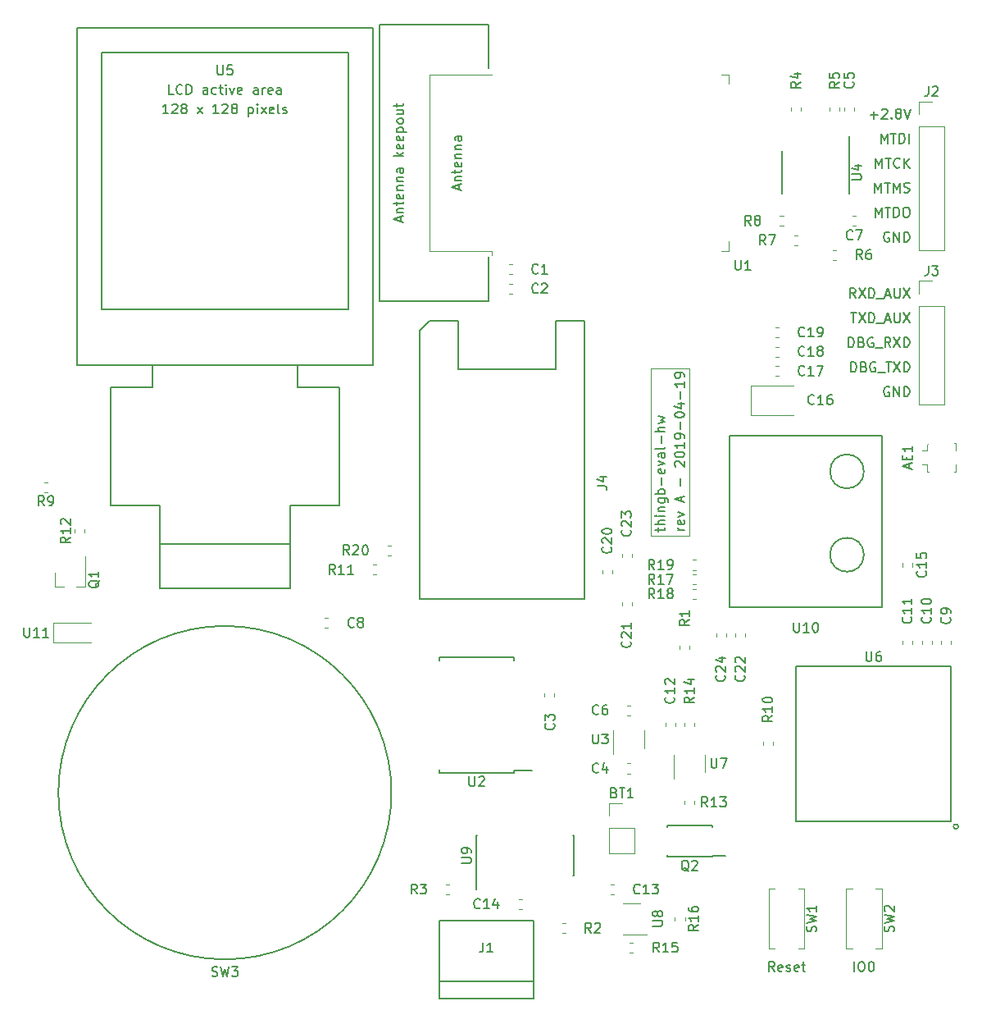
<source format=gbr>
G04 #@! TF.GenerationSoftware,KiCad,Pcbnew,(5.1.0-0)*
G04 #@! TF.CreationDate,2019-04-19T23:51:09-04:00*
G04 #@! TF.ProjectId,thingb-eval-hw,7468696e-6762-42d6-9576-616c2d68772e,rev?*
G04 #@! TF.SameCoordinates,Original*
G04 #@! TF.FileFunction,Legend,Top*
G04 #@! TF.FilePolarity,Positive*
%FSLAX46Y46*%
G04 Gerber Fmt 4.6, Leading zero omitted, Abs format (unit mm)*
G04 Created by KiCad (PCBNEW (5.1.0-0)) date 2019-04-19 23:51:09*
%MOMM*%
%LPD*%
G04 APERTURE LIST*
%ADD10C,0.120000*%
%ADD11C,0.150000*%
G04 APERTURE END LIST*
D10*
X121000000Y-86250000D02*
X117000000Y-86250000D01*
X121000000Y-103500000D02*
X121000000Y-86250000D01*
X117000000Y-103500000D02*
X121000000Y-103500000D01*
X117000000Y-86250000D02*
X117000000Y-103500000D01*
D11*
X120452380Y-102914404D02*
X119785714Y-102914404D01*
X119976190Y-102914404D02*
X119880952Y-102866785D01*
X119833333Y-102819166D01*
X119785714Y-102723928D01*
X119785714Y-102628690D01*
X120404761Y-101914404D02*
X120452380Y-102009642D01*
X120452380Y-102200119D01*
X120404761Y-102295357D01*
X120309523Y-102342976D01*
X119928571Y-102342976D01*
X119833333Y-102295357D01*
X119785714Y-102200119D01*
X119785714Y-102009642D01*
X119833333Y-101914404D01*
X119928571Y-101866785D01*
X120023809Y-101866785D01*
X120119047Y-102342976D01*
X119785714Y-101533452D02*
X120452380Y-101295357D01*
X119785714Y-101057261D01*
X120166666Y-99962023D02*
X120166666Y-99485833D01*
X120452380Y-100057261D02*
X119452380Y-99723928D01*
X120452380Y-99390595D01*
X120071428Y-98295357D02*
X120071428Y-97533452D01*
X119547619Y-96342976D02*
X119500000Y-96295357D01*
X119452380Y-96200119D01*
X119452380Y-95962023D01*
X119500000Y-95866785D01*
X119547619Y-95819166D01*
X119642857Y-95771547D01*
X119738095Y-95771547D01*
X119880952Y-95819166D01*
X120452380Y-96390595D01*
X120452380Y-95771547D01*
X119452380Y-95152500D02*
X119452380Y-95057261D01*
X119500000Y-94962023D01*
X119547619Y-94914404D01*
X119642857Y-94866785D01*
X119833333Y-94819166D01*
X120071428Y-94819166D01*
X120261904Y-94866785D01*
X120357142Y-94914404D01*
X120404761Y-94962023D01*
X120452380Y-95057261D01*
X120452380Y-95152500D01*
X120404761Y-95247738D01*
X120357142Y-95295357D01*
X120261904Y-95342976D01*
X120071428Y-95390595D01*
X119833333Y-95390595D01*
X119642857Y-95342976D01*
X119547619Y-95295357D01*
X119500000Y-95247738D01*
X119452380Y-95152500D01*
X120452380Y-93866785D02*
X120452380Y-94438214D01*
X120452380Y-94152500D02*
X119452380Y-94152500D01*
X119595238Y-94247738D01*
X119690476Y-94342976D01*
X119738095Y-94438214D01*
X120452380Y-93390595D02*
X120452380Y-93200119D01*
X120404761Y-93104880D01*
X120357142Y-93057261D01*
X120214285Y-92962023D01*
X120023809Y-92914404D01*
X119642857Y-92914404D01*
X119547619Y-92962023D01*
X119500000Y-93009642D01*
X119452380Y-93104880D01*
X119452380Y-93295357D01*
X119500000Y-93390595D01*
X119547619Y-93438214D01*
X119642857Y-93485833D01*
X119880952Y-93485833D01*
X119976190Y-93438214D01*
X120023809Y-93390595D01*
X120071428Y-93295357D01*
X120071428Y-93104880D01*
X120023809Y-93009642D01*
X119976190Y-92962023D01*
X119880952Y-92914404D01*
X120071428Y-92485833D02*
X120071428Y-91723928D01*
X119452380Y-91057261D02*
X119452380Y-90962023D01*
X119500000Y-90866785D01*
X119547619Y-90819166D01*
X119642857Y-90771547D01*
X119833333Y-90723928D01*
X120071428Y-90723928D01*
X120261904Y-90771547D01*
X120357142Y-90819166D01*
X120404761Y-90866785D01*
X120452380Y-90962023D01*
X120452380Y-91057261D01*
X120404761Y-91152500D01*
X120357142Y-91200119D01*
X120261904Y-91247738D01*
X120071428Y-91295357D01*
X119833333Y-91295357D01*
X119642857Y-91247738D01*
X119547619Y-91200119D01*
X119500000Y-91152500D01*
X119452380Y-91057261D01*
X119785714Y-89866785D02*
X120452380Y-89866785D01*
X119404761Y-90104880D02*
X120119047Y-90342976D01*
X120119047Y-89723928D01*
X120071428Y-89342976D02*
X120071428Y-88581071D01*
X120452380Y-87581071D02*
X120452380Y-88152500D01*
X120452380Y-87866785D02*
X119452380Y-87866785D01*
X119595238Y-87962023D01*
X119690476Y-88057261D01*
X119738095Y-88152500D01*
X120452380Y-87104880D02*
X120452380Y-86914404D01*
X120404761Y-86819166D01*
X120357142Y-86771547D01*
X120214285Y-86676309D01*
X120023809Y-86628690D01*
X119642857Y-86628690D01*
X119547619Y-86676309D01*
X119500000Y-86723928D01*
X119452380Y-86819166D01*
X119452380Y-87009642D01*
X119500000Y-87104880D01*
X119547619Y-87152500D01*
X119642857Y-87200119D01*
X119880952Y-87200119D01*
X119976190Y-87152500D01*
X120023809Y-87104880D01*
X120071428Y-87009642D01*
X120071428Y-86819166D01*
X120023809Y-86723928D01*
X119976190Y-86676309D01*
X119880952Y-86628690D01*
X117785714Y-103057261D02*
X117785714Y-102676309D01*
X117452380Y-102914404D02*
X118309523Y-102914404D01*
X118404761Y-102866785D01*
X118452380Y-102771547D01*
X118452380Y-102676309D01*
X118452380Y-102342976D02*
X117452380Y-102342976D01*
X118452380Y-101914404D02*
X117928571Y-101914404D01*
X117833333Y-101962023D01*
X117785714Y-102057261D01*
X117785714Y-102200119D01*
X117833333Y-102295357D01*
X117880952Y-102342976D01*
X118452380Y-101438214D02*
X117785714Y-101438214D01*
X117452380Y-101438214D02*
X117500000Y-101485833D01*
X117547619Y-101438214D01*
X117500000Y-101390595D01*
X117452380Y-101438214D01*
X117547619Y-101438214D01*
X117785714Y-100962023D02*
X118452380Y-100962023D01*
X117880952Y-100962023D02*
X117833333Y-100914404D01*
X117785714Y-100819166D01*
X117785714Y-100676309D01*
X117833333Y-100581071D01*
X117928571Y-100533452D01*
X118452380Y-100533452D01*
X117785714Y-99628690D02*
X118595238Y-99628690D01*
X118690476Y-99676309D01*
X118738095Y-99723928D01*
X118785714Y-99819166D01*
X118785714Y-99962023D01*
X118738095Y-100057261D01*
X118404761Y-99628690D02*
X118452380Y-99723928D01*
X118452380Y-99914404D01*
X118404761Y-100009642D01*
X118357142Y-100057261D01*
X118261904Y-100104880D01*
X117976190Y-100104880D01*
X117880952Y-100057261D01*
X117833333Y-100009642D01*
X117785714Y-99914404D01*
X117785714Y-99723928D01*
X117833333Y-99628690D01*
X118452380Y-99152500D02*
X117452380Y-99152500D01*
X117833333Y-99152500D02*
X117785714Y-99057261D01*
X117785714Y-98866785D01*
X117833333Y-98771547D01*
X117880952Y-98723928D01*
X117976190Y-98676309D01*
X118261904Y-98676309D01*
X118357142Y-98723928D01*
X118404761Y-98771547D01*
X118452380Y-98866785D01*
X118452380Y-99057261D01*
X118404761Y-99152500D01*
X118071428Y-98247738D02*
X118071428Y-97485833D01*
X118404761Y-96628690D02*
X118452380Y-96723928D01*
X118452380Y-96914404D01*
X118404761Y-97009642D01*
X118309523Y-97057261D01*
X117928571Y-97057261D01*
X117833333Y-97009642D01*
X117785714Y-96914404D01*
X117785714Y-96723928D01*
X117833333Y-96628690D01*
X117928571Y-96581071D01*
X118023809Y-96581071D01*
X118119047Y-97057261D01*
X117785714Y-96247738D02*
X118452380Y-96009642D01*
X117785714Y-95771547D01*
X118452380Y-94962023D02*
X117928571Y-94962023D01*
X117833333Y-95009642D01*
X117785714Y-95104880D01*
X117785714Y-95295357D01*
X117833333Y-95390595D01*
X118404761Y-94962023D02*
X118452380Y-95057261D01*
X118452380Y-95295357D01*
X118404761Y-95390595D01*
X118309523Y-95438214D01*
X118214285Y-95438214D01*
X118119047Y-95390595D01*
X118071428Y-95295357D01*
X118071428Y-95057261D01*
X118023809Y-94962023D01*
X118452380Y-94342976D02*
X118404761Y-94438214D01*
X118309523Y-94485833D01*
X117452380Y-94485833D01*
X118071428Y-93962023D02*
X118071428Y-93200119D01*
X118452380Y-92723928D02*
X117452380Y-92723928D01*
X118452380Y-92295357D02*
X117928571Y-92295357D01*
X117833333Y-92342976D01*
X117785714Y-92438214D01*
X117785714Y-92581071D01*
X117833333Y-92676309D01*
X117880952Y-92723928D01*
X117785714Y-91914404D02*
X118452380Y-91723928D01*
X117976190Y-91533452D01*
X118452380Y-91342976D01*
X117785714Y-91152500D01*
X137664404Y-86572380D02*
X137664404Y-85572380D01*
X137902500Y-85572380D01*
X138045357Y-85620000D01*
X138140595Y-85715238D01*
X138188214Y-85810476D01*
X138235833Y-86000952D01*
X138235833Y-86143809D01*
X138188214Y-86334285D01*
X138140595Y-86429523D01*
X138045357Y-86524761D01*
X137902500Y-86572380D01*
X137664404Y-86572380D01*
X138997738Y-86048571D02*
X139140595Y-86096190D01*
X139188214Y-86143809D01*
X139235833Y-86239047D01*
X139235833Y-86381904D01*
X139188214Y-86477142D01*
X139140595Y-86524761D01*
X139045357Y-86572380D01*
X138664404Y-86572380D01*
X138664404Y-85572380D01*
X138997738Y-85572380D01*
X139092976Y-85620000D01*
X139140595Y-85667619D01*
X139188214Y-85762857D01*
X139188214Y-85858095D01*
X139140595Y-85953333D01*
X139092976Y-86000952D01*
X138997738Y-86048571D01*
X138664404Y-86048571D01*
X140188214Y-85620000D02*
X140092976Y-85572380D01*
X139950119Y-85572380D01*
X139807261Y-85620000D01*
X139712023Y-85715238D01*
X139664404Y-85810476D01*
X139616785Y-86000952D01*
X139616785Y-86143809D01*
X139664404Y-86334285D01*
X139712023Y-86429523D01*
X139807261Y-86524761D01*
X139950119Y-86572380D01*
X140045357Y-86572380D01*
X140188214Y-86524761D01*
X140235833Y-86477142D01*
X140235833Y-86143809D01*
X140045357Y-86143809D01*
X140426309Y-86667619D02*
X141188214Y-86667619D01*
X141283452Y-85572380D02*
X141854880Y-85572380D01*
X141569166Y-86572380D02*
X141569166Y-85572380D01*
X142092976Y-85572380D02*
X142759642Y-86572380D01*
X142759642Y-85572380D02*
X142092976Y-86572380D01*
X143140595Y-86572380D02*
X143140595Y-85572380D01*
X143378690Y-85572380D01*
X143521547Y-85620000D01*
X143616785Y-85715238D01*
X143664404Y-85810476D01*
X143712023Y-86000952D01*
X143712023Y-86143809D01*
X143664404Y-86334285D01*
X143616785Y-86429523D01*
X143521547Y-86524761D01*
X143378690Y-86572380D01*
X143140595Y-86572380D01*
X141616785Y-72200000D02*
X141521547Y-72152380D01*
X141378690Y-72152380D01*
X141235833Y-72200000D01*
X141140595Y-72295238D01*
X141092976Y-72390476D01*
X141045357Y-72580952D01*
X141045357Y-72723809D01*
X141092976Y-72914285D01*
X141140595Y-73009523D01*
X141235833Y-73104761D01*
X141378690Y-73152380D01*
X141473928Y-73152380D01*
X141616785Y-73104761D01*
X141664404Y-73057142D01*
X141664404Y-72723809D01*
X141473928Y-72723809D01*
X142092976Y-73152380D02*
X142092976Y-72152380D01*
X142664404Y-73152380D01*
X142664404Y-72152380D01*
X143140595Y-73152380D02*
X143140595Y-72152380D01*
X143378690Y-72152380D01*
X143521547Y-72200000D01*
X143616785Y-72295238D01*
X143664404Y-72390476D01*
X143712023Y-72580952D01*
X143712023Y-72723809D01*
X143664404Y-72914285D01*
X143616785Y-73009523D01*
X143521547Y-73104761D01*
X143378690Y-73152380D01*
X143140595Y-73152380D01*
X140188214Y-70612380D02*
X140188214Y-69612380D01*
X140521547Y-70326666D01*
X140854880Y-69612380D01*
X140854880Y-70612380D01*
X141188214Y-69612380D02*
X141759642Y-69612380D01*
X141473928Y-70612380D02*
X141473928Y-69612380D01*
X142092976Y-70612380D02*
X142092976Y-69612380D01*
X142331071Y-69612380D01*
X142473928Y-69660000D01*
X142569166Y-69755238D01*
X142616785Y-69850476D01*
X142664404Y-70040952D01*
X142664404Y-70183809D01*
X142616785Y-70374285D01*
X142569166Y-70469523D01*
X142473928Y-70564761D01*
X142331071Y-70612380D01*
X142092976Y-70612380D01*
X143283452Y-69612380D02*
X143473928Y-69612380D01*
X143569166Y-69660000D01*
X143664404Y-69755238D01*
X143712023Y-69945714D01*
X143712023Y-70279047D01*
X143664404Y-70469523D01*
X143569166Y-70564761D01*
X143473928Y-70612380D01*
X143283452Y-70612380D01*
X143188214Y-70564761D01*
X143092976Y-70469523D01*
X143045357Y-70279047D01*
X143045357Y-69945714D01*
X143092976Y-69755238D01*
X143188214Y-69660000D01*
X143283452Y-69612380D01*
X141616785Y-88160000D02*
X141521547Y-88112380D01*
X141378690Y-88112380D01*
X141235833Y-88160000D01*
X141140595Y-88255238D01*
X141092976Y-88350476D01*
X141045357Y-88540952D01*
X141045357Y-88683809D01*
X141092976Y-88874285D01*
X141140595Y-88969523D01*
X141235833Y-89064761D01*
X141378690Y-89112380D01*
X141473928Y-89112380D01*
X141616785Y-89064761D01*
X141664404Y-89017142D01*
X141664404Y-88683809D01*
X141473928Y-88683809D01*
X142092976Y-89112380D02*
X142092976Y-88112380D01*
X142664404Y-89112380D01*
X142664404Y-88112380D01*
X143140595Y-89112380D02*
X143140595Y-88112380D01*
X143378690Y-88112380D01*
X143521547Y-88160000D01*
X143616785Y-88255238D01*
X143664404Y-88350476D01*
X143712023Y-88540952D01*
X143712023Y-88683809D01*
X143664404Y-88874285D01*
X143616785Y-88969523D01*
X143521547Y-89064761D01*
X143378690Y-89112380D01*
X143140595Y-89112380D01*
X137664404Y-80492380D02*
X138235833Y-80492380D01*
X137950119Y-81492380D02*
X137950119Y-80492380D01*
X138473928Y-80492380D02*
X139140595Y-81492380D01*
X139140595Y-80492380D02*
X138473928Y-81492380D01*
X139521547Y-81492380D02*
X139521547Y-80492380D01*
X139759642Y-80492380D01*
X139902500Y-80540000D01*
X139997738Y-80635238D01*
X140045357Y-80730476D01*
X140092976Y-80920952D01*
X140092976Y-81063809D01*
X140045357Y-81254285D01*
X139997738Y-81349523D01*
X139902500Y-81444761D01*
X139759642Y-81492380D01*
X139521547Y-81492380D01*
X140283452Y-81587619D02*
X141045357Y-81587619D01*
X141235833Y-81206666D02*
X141712023Y-81206666D01*
X141140595Y-81492380D02*
X141473928Y-80492380D01*
X141807261Y-81492380D01*
X142140595Y-80492380D02*
X142140595Y-81301904D01*
X142188214Y-81397142D01*
X142235833Y-81444761D01*
X142331071Y-81492380D01*
X142521547Y-81492380D01*
X142616785Y-81444761D01*
X142664404Y-81397142D01*
X142712023Y-81301904D01*
X142712023Y-80492380D01*
X143092976Y-80492380D02*
X143759642Y-81492380D01*
X143759642Y-80492380D02*
X143092976Y-81492380D01*
X138140595Y-78952380D02*
X137807261Y-78476190D01*
X137569166Y-78952380D02*
X137569166Y-77952380D01*
X137950119Y-77952380D01*
X138045357Y-78000000D01*
X138092976Y-78047619D01*
X138140595Y-78142857D01*
X138140595Y-78285714D01*
X138092976Y-78380952D01*
X138045357Y-78428571D01*
X137950119Y-78476190D01*
X137569166Y-78476190D01*
X138473928Y-77952380D02*
X139140595Y-78952380D01*
X139140595Y-77952380D02*
X138473928Y-78952380D01*
X139521547Y-78952380D02*
X139521547Y-77952380D01*
X139759642Y-77952380D01*
X139902500Y-78000000D01*
X139997738Y-78095238D01*
X140045357Y-78190476D01*
X140092976Y-78380952D01*
X140092976Y-78523809D01*
X140045357Y-78714285D01*
X139997738Y-78809523D01*
X139902500Y-78904761D01*
X139759642Y-78952380D01*
X139521547Y-78952380D01*
X140283452Y-79047619D02*
X141045357Y-79047619D01*
X141235833Y-78666666D02*
X141712023Y-78666666D01*
X141140595Y-78952380D02*
X141473928Y-77952380D01*
X141807261Y-78952380D01*
X142140595Y-77952380D02*
X142140595Y-78761904D01*
X142188214Y-78857142D01*
X142235833Y-78904761D01*
X142331071Y-78952380D01*
X142521547Y-78952380D01*
X142616785Y-78904761D01*
X142664404Y-78857142D01*
X142712023Y-78761904D01*
X142712023Y-77952380D01*
X143092976Y-77952380D02*
X143759642Y-78952380D01*
X143759642Y-77952380D02*
X143092976Y-78952380D01*
X137426309Y-84032380D02*
X137426309Y-83032380D01*
X137664404Y-83032380D01*
X137807261Y-83080000D01*
X137902500Y-83175238D01*
X137950119Y-83270476D01*
X137997738Y-83460952D01*
X137997738Y-83603809D01*
X137950119Y-83794285D01*
X137902500Y-83889523D01*
X137807261Y-83984761D01*
X137664404Y-84032380D01*
X137426309Y-84032380D01*
X138759642Y-83508571D02*
X138902500Y-83556190D01*
X138950119Y-83603809D01*
X138997738Y-83699047D01*
X138997738Y-83841904D01*
X138950119Y-83937142D01*
X138902500Y-83984761D01*
X138807261Y-84032380D01*
X138426309Y-84032380D01*
X138426309Y-83032380D01*
X138759642Y-83032380D01*
X138854880Y-83080000D01*
X138902500Y-83127619D01*
X138950119Y-83222857D01*
X138950119Y-83318095D01*
X138902500Y-83413333D01*
X138854880Y-83460952D01*
X138759642Y-83508571D01*
X138426309Y-83508571D01*
X139950119Y-83080000D02*
X139854880Y-83032380D01*
X139712023Y-83032380D01*
X139569166Y-83080000D01*
X139473928Y-83175238D01*
X139426309Y-83270476D01*
X139378690Y-83460952D01*
X139378690Y-83603809D01*
X139426309Y-83794285D01*
X139473928Y-83889523D01*
X139569166Y-83984761D01*
X139712023Y-84032380D01*
X139807261Y-84032380D01*
X139950119Y-83984761D01*
X139997738Y-83937142D01*
X139997738Y-83603809D01*
X139807261Y-83603809D01*
X140188214Y-84127619D02*
X140950119Y-84127619D01*
X141759642Y-84032380D02*
X141426309Y-83556190D01*
X141188214Y-84032380D02*
X141188214Y-83032380D01*
X141569166Y-83032380D01*
X141664404Y-83080000D01*
X141712023Y-83127619D01*
X141759642Y-83222857D01*
X141759642Y-83365714D01*
X141712023Y-83460952D01*
X141664404Y-83508571D01*
X141569166Y-83556190D01*
X141188214Y-83556190D01*
X142092976Y-83032380D02*
X142759642Y-84032380D01*
X142759642Y-83032380D02*
X142092976Y-84032380D01*
X143140595Y-84032380D02*
X143140595Y-83032380D01*
X143378690Y-83032380D01*
X143521547Y-83080000D01*
X143616785Y-83175238D01*
X143664404Y-83270476D01*
X143712023Y-83460952D01*
X143712023Y-83603809D01*
X143664404Y-83794285D01*
X143616785Y-83889523D01*
X143521547Y-83984761D01*
X143378690Y-84032380D01*
X143140595Y-84032380D01*
X140140595Y-68072380D02*
X140140595Y-67072380D01*
X140473928Y-67786666D01*
X140807261Y-67072380D01*
X140807261Y-68072380D01*
X141140595Y-67072380D02*
X141712023Y-67072380D01*
X141426309Y-68072380D02*
X141426309Y-67072380D01*
X142045357Y-68072380D02*
X142045357Y-67072380D01*
X142378690Y-67786666D01*
X142712023Y-67072380D01*
X142712023Y-68072380D01*
X143140595Y-68024761D02*
X143283452Y-68072380D01*
X143521547Y-68072380D01*
X143616785Y-68024761D01*
X143664404Y-67977142D01*
X143712023Y-67881904D01*
X143712023Y-67786666D01*
X143664404Y-67691428D01*
X143616785Y-67643809D01*
X143521547Y-67596190D01*
X143331071Y-67548571D01*
X143235833Y-67500952D01*
X143188214Y-67453333D01*
X143140595Y-67358095D01*
X143140595Y-67262857D01*
X143188214Y-67167619D01*
X143235833Y-67120000D01*
X143331071Y-67072380D01*
X143569166Y-67072380D01*
X143712023Y-67120000D01*
X140235833Y-65532380D02*
X140235833Y-64532380D01*
X140569166Y-65246666D01*
X140902500Y-64532380D01*
X140902500Y-65532380D01*
X141235833Y-64532380D02*
X141807261Y-64532380D01*
X141521547Y-65532380D02*
X141521547Y-64532380D01*
X142712023Y-65437142D02*
X142664404Y-65484761D01*
X142521547Y-65532380D01*
X142426309Y-65532380D01*
X142283452Y-65484761D01*
X142188214Y-65389523D01*
X142140595Y-65294285D01*
X142092976Y-65103809D01*
X142092976Y-64960952D01*
X142140595Y-64770476D01*
X142188214Y-64675238D01*
X142283452Y-64580000D01*
X142426309Y-64532380D01*
X142521547Y-64532380D01*
X142664404Y-64580000D01*
X142712023Y-64627619D01*
X143140595Y-65532380D02*
X143140595Y-64532380D01*
X143712023Y-65532380D02*
X143283452Y-64960952D01*
X143712023Y-64532380D02*
X143140595Y-65103809D01*
X140759642Y-62992380D02*
X140759642Y-61992380D01*
X141092976Y-62706666D01*
X141426309Y-61992380D01*
X141426309Y-62992380D01*
X141759642Y-61992380D02*
X142331071Y-61992380D01*
X142045357Y-62992380D02*
X142045357Y-61992380D01*
X142664404Y-62992380D02*
X142664404Y-61992380D01*
X142902500Y-61992380D01*
X143045357Y-62040000D01*
X143140595Y-62135238D01*
X143188214Y-62230476D01*
X143235833Y-62420952D01*
X143235833Y-62563809D01*
X143188214Y-62754285D01*
X143140595Y-62849523D01*
X143045357Y-62944761D01*
X142902500Y-62992380D01*
X142664404Y-62992380D01*
X143664404Y-62992380D02*
X143664404Y-61992380D01*
X139664404Y-60071428D02*
X140426309Y-60071428D01*
X140045357Y-60452380D02*
X140045357Y-59690476D01*
X140854880Y-59547619D02*
X140902500Y-59500000D01*
X140997738Y-59452380D01*
X141235833Y-59452380D01*
X141331071Y-59500000D01*
X141378690Y-59547619D01*
X141426309Y-59642857D01*
X141426309Y-59738095D01*
X141378690Y-59880952D01*
X140807261Y-60452380D01*
X141426309Y-60452380D01*
X141854880Y-60357142D02*
X141902500Y-60404761D01*
X141854880Y-60452380D01*
X141807261Y-60404761D01*
X141854880Y-60357142D01*
X141854880Y-60452380D01*
X142473928Y-59880952D02*
X142378690Y-59833333D01*
X142331071Y-59785714D01*
X142283452Y-59690476D01*
X142283452Y-59642857D01*
X142331071Y-59547619D01*
X142378690Y-59500000D01*
X142473928Y-59452380D01*
X142664404Y-59452380D01*
X142759642Y-59500000D01*
X142807261Y-59547619D01*
X142854880Y-59642857D01*
X142854880Y-59690476D01*
X142807261Y-59785714D01*
X142759642Y-59833333D01*
X142664404Y-59880952D01*
X142473928Y-59880952D01*
X142378690Y-59928571D01*
X142331071Y-59976190D01*
X142283452Y-60071428D01*
X142283452Y-60261904D01*
X142331071Y-60357142D01*
X142378690Y-60404761D01*
X142473928Y-60452380D01*
X142664404Y-60452380D01*
X142759642Y-60404761D01*
X142807261Y-60357142D01*
X142854880Y-60261904D01*
X142854880Y-60071428D01*
X142807261Y-59976190D01*
X142759642Y-59928571D01*
X142664404Y-59880952D01*
X143140595Y-59452380D02*
X143473928Y-60452380D01*
X143807261Y-59452380D01*
X138000000Y-148452380D02*
X138000000Y-147452380D01*
X138666666Y-147452380D02*
X138857142Y-147452380D01*
X138952380Y-147500000D01*
X139047619Y-147595238D01*
X139095238Y-147785714D01*
X139095238Y-148119047D01*
X139047619Y-148309523D01*
X138952380Y-148404761D01*
X138857142Y-148452380D01*
X138666666Y-148452380D01*
X138571428Y-148404761D01*
X138476190Y-148309523D01*
X138428571Y-148119047D01*
X138428571Y-147785714D01*
X138476190Y-147595238D01*
X138571428Y-147500000D01*
X138666666Y-147452380D01*
X139714285Y-147452380D02*
X139809523Y-147452380D01*
X139904761Y-147500000D01*
X139952380Y-147547619D01*
X140000000Y-147642857D01*
X140047619Y-147833333D01*
X140047619Y-148071428D01*
X140000000Y-148261904D01*
X139952380Y-148357142D01*
X139904761Y-148404761D01*
X139809523Y-148452380D01*
X139714285Y-148452380D01*
X139619047Y-148404761D01*
X139571428Y-148357142D01*
X139523809Y-148261904D01*
X139476190Y-148071428D01*
X139476190Y-147833333D01*
X139523809Y-147642857D01*
X139571428Y-147547619D01*
X139619047Y-147500000D01*
X139714285Y-147452380D01*
X129761904Y-148452380D02*
X129428571Y-147976190D01*
X129190476Y-148452380D02*
X129190476Y-147452380D01*
X129571428Y-147452380D01*
X129666666Y-147500000D01*
X129714285Y-147547619D01*
X129761904Y-147642857D01*
X129761904Y-147785714D01*
X129714285Y-147880952D01*
X129666666Y-147928571D01*
X129571428Y-147976190D01*
X129190476Y-147976190D01*
X130571428Y-148404761D02*
X130476190Y-148452380D01*
X130285714Y-148452380D01*
X130190476Y-148404761D01*
X130142857Y-148309523D01*
X130142857Y-147928571D01*
X130190476Y-147833333D01*
X130285714Y-147785714D01*
X130476190Y-147785714D01*
X130571428Y-147833333D01*
X130619047Y-147928571D01*
X130619047Y-148023809D01*
X130142857Y-148119047D01*
X131000000Y-148404761D02*
X131095238Y-148452380D01*
X131285714Y-148452380D01*
X131380952Y-148404761D01*
X131428571Y-148309523D01*
X131428571Y-148261904D01*
X131380952Y-148166666D01*
X131285714Y-148119047D01*
X131142857Y-148119047D01*
X131047619Y-148071428D01*
X131000000Y-147976190D01*
X131000000Y-147928571D01*
X131047619Y-147833333D01*
X131142857Y-147785714D01*
X131285714Y-147785714D01*
X131380952Y-147833333D01*
X132238095Y-148404761D02*
X132142857Y-148452380D01*
X131952380Y-148452380D01*
X131857142Y-148404761D01*
X131809523Y-148309523D01*
X131809523Y-147928571D01*
X131857142Y-147833333D01*
X131952380Y-147785714D01*
X132142857Y-147785714D01*
X132238095Y-147833333D01*
X132285714Y-147928571D01*
X132285714Y-148023809D01*
X131809523Y-148119047D01*
X132571428Y-147785714D02*
X132952380Y-147785714D01*
X132714285Y-147452380D02*
X132714285Y-148309523D01*
X132761904Y-148404761D01*
X132857142Y-148452380D01*
X132952380Y-148452380D01*
X100250000Y-50750000D02*
X100250000Y-55250000D01*
X89000000Y-50750000D02*
X100250000Y-50750000D01*
X89000000Y-79250000D02*
X89000000Y-50750000D01*
X100250000Y-79250000D02*
X89000000Y-79250000D01*
X100250000Y-74750000D02*
X100250000Y-79250000D01*
D10*
X100555000Y-74120000D02*
X100555000Y-74500000D01*
X94135000Y-74120000D02*
X100555000Y-74120000D01*
X94135000Y-55880000D02*
X100555000Y-55880000D01*
X94135000Y-74120000D02*
X94135000Y-55880000D01*
X125080000Y-55880000D02*
X125080000Y-56880000D01*
X124300000Y-55880000D02*
X125080000Y-55880000D01*
X125080000Y-74120000D02*
X125080000Y-73120000D01*
X124300000Y-74120000D02*
X125080000Y-74120000D01*
D11*
X95130000Y-149480000D02*
X104870000Y-149480000D01*
X104870000Y-143200000D02*
X104870000Y-151280000D01*
X95130000Y-143200000D02*
X104870000Y-143200000D01*
X95130000Y-143200000D02*
X95130000Y-151280000D01*
X95130000Y-151280000D02*
X104870000Y-151280000D01*
D10*
X145525000Y-96100000D02*
X145025000Y-96100000D01*
X145525000Y-94700000D02*
X145025000Y-94700000D01*
X145525000Y-94700000D02*
X145525000Y-94100000D01*
X145525000Y-94100000D02*
X145725000Y-93900000D01*
X145725000Y-96900000D02*
X145525000Y-96900000D01*
X145525000Y-96900000D02*
X145525000Y-96100000D01*
X148525000Y-96100000D02*
X148525000Y-96900000D01*
X148525000Y-96900000D02*
X148325000Y-96900000D01*
X148325000Y-93900000D02*
X148525000Y-93900000D01*
X148525000Y-93900000D02*
X148525000Y-94700000D01*
X112670000Y-136270000D02*
X115330000Y-136270000D01*
X112670000Y-133670000D02*
X112670000Y-136270000D01*
X115330000Y-133670000D02*
X115330000Y-136270000D01*
X112670000Y-133670000D02*
X115330000Y-133670000D01*
X112670000Y-132400000D02*
X112670000Y-131070000D01*
X112670000Y-131070000D02*
X114000000Y-131070000D01*
X102671267Y-75490000D02*
X102328733Y-75490000D01*
X102671267Y-76510000D02*
X102328733Y-76510000D01*
X102671267Y-78510000D02*
X102328733Y-78510000D01*
X102671267Y-77490000D02*
X102328733Y-77490000D01*
X107010000Y-120071267D02*
X107010000Y-119728733D01*
X105990000Y-120071267D02*
X105990000Y-119728733D01*
X114578733Y-128010000D02*
X114921267Y-128010000D01*
X114578733Y-126990000D02*
X114921267Y-126990000D01*
X136990000Y-59671267D02*
X136990000Y-59328733D01*
X138010000Y-59671267D02*
X138010000Y-59328733D01*
X114578733Y-120990000D02*
X114921267Y-120990000D01*
X114578733Y-122010000D02*
X114921267Y-122010000D01*
X137828733Y-71510000D02*
X138171267Y-71510000D01*
X137828733Y-70490000D02*
X138171267Y-70490000D01*
X83328733Y-111990000D02*
X83671267Y-111990000D01*
X83328733Y-113010000D02*
X83671267Y-113010000D01*
X148010000Y-114671267D02*
X148010000Y-114328733D01*
X146990000Y-114671267D02*
X146990000Y-114328733D01*
X146010000Y-114671267D02*
X146010000Y-114328733D01*
X144990000Y-114671267D02*
X144990000Y-114328733D01*
X144010000Y-114671267D02*
X144010000Y-114328733D01*
X142990000Y-114671267D02*
X142990000Y-114328733D01*
X118490000Y-123171267D02*
X118490000Y-122828733D01*
X119510000Y-123171267D02*
X119510000Y-122828733D01*
X113171267Y-140510000D02*
X112828733Y-140510000D01*
X113171267Y-139490000D02*
X112828733Y-139490000D01*
X103671267Y-142010000D02*
X103328733Y-142010000D01*
X103671267Y-140990000D02*
X103328733Y-140990000D01*
X144010000Y-106671267D02*
X144010000Y-106328733D01*
X142990000Y-106671267D02*
X142990000Y-106328733D01*
X131750000Y-87990000D02*
X127365000Y-87990000D01*
X127365000Y-87990000D02*
X127365000Y-91010000D01*
X127365000Y-91010000D02*
X131750000Y-91010000D01*
X129828733Y-85990000D02*
X130171267Y-85990000D01*
X129828733Y-87010000D02*
X130171267Y-87010000D01*
X129828733Y-85010000D02*
X130171267Y-85010000D01*
X129828733Y-83990000D02*
X130171267Y-83990000D01*
X129828733Y-81990000D02*
X130171267Y-81990000D01*
X129828733Y-83010000D02*
X130171267Y-83010000D01*
X113010000Y-107078733D02*
X113010000Y-107421267D01*
X111990000Y-107078733D02*
X111990000Y-107421267D01*
X115010000Y-110671267D02*
X115010000Y-110328733D01*
X113990000Y-110671267D02*
X113990000Y-110328733D01*
X126760000Y-113921267D02*
X126760000Y-113578733D01*
X125740000Y-113921267D02*
X125740000Y-113578733D01*
X115010000Y-105328733D02*
X115010000Y-105671267D01*
X113990000Y-105328733D02*
X113990000Y-105671267D01*
X124760000Y-113578733D02*
X124760000Y-113921267D01*
X123740000Y-113578733D02*
X123740000Y-113921267D01*
D11*
X110160000Y-110000000D02*
X110160000Y-81310000D01*
X107160000Y-81310000D02*
X110160000Y-81310000D01*
X107160000Y-86310000D02*
X107160000Y-81310000D01*
X107160000Y-86310000D02*
X97120000Y-86310000D01*
X93120000Y-110000000D02*
X93120000Y-82310000D01*
X94120000Y-81310000D02*
X97120000Y-81310000D01*
X97120000Y-81310000D02*
X97120000Y-86310000D01*
X94120000Y-81310000D02*
X93120000Y-82310000D01*
X93120000Y-110000000D02*
X110160000Y-110000000D01*
D10*
X55420000Y-108760000D02*
X56350000Y-108760000D01*
X58580000Y-108760000D02*
X57650000Y-108760000D01*
X58580000Y-108760000D02*
X58580000Y-105600000D01*
X55420000Y-108760000D02*
X55420000Y-107300000D01*
D11*
X123325000Y-136625000D02*
X123325000Y-136525000D01*
X118675000Y-136625000D02*
X118675000Y-136425000D01*
X118675000Y-133375000D02*
X118675000Y-133575000D01*
X123325000Y-133375000D02*
X123325000Y-133575000D01*
X123325000Y-136625000D02*
X118675000Y-136625000D01*
X123325000Y-133375000D02*
X118675000Y-133375000D01*
X123325000Y-136525000D02*
X124675000Y-136525000D01*
D10*
X121010000Y-114828733D02*
X121010000Y-115171267D01*
X119990000Y-114828733D02*
X119990000Y-115171267D01*
X107828733Y-144510000D02*
X108171267Y-144510000D01*
X107828733Y-143490000D02*
X108171267Y-143490000D01*
X96171267Y-140510000D02*
X95828733Y-140510000D01*
X96171267Y-139490000D02*
X95828733Y-139490000D01*
X131490000Y-59328733D02*
X131490000Y-59671267D01*
X132510000Y-59328733D02*
X132510000Y-59671267D01*
X135490000Y-59328733D02*
X135490000Y-59671267D01*
X136510000Y-59328733D02*
X136510000Y-59671267D01*
X136171267Y-75010000D02*
X135828733Y-75010000D01*
X136171267Y-73990000D02*
X135828733Y-73990000D01*
X132171267Y-73510000D02*
X131828733Y-73510000D01*
X132171267Y-72490000D02*
X131828733Y-72490000D01*
X130671267Y-71510000D02*
X130328733Y-71510000D01*
X130671267Y-70490000D02*
X130328733Y-70490000D01*
X54671267Y-97990000D02*
X54328733Y-97990000D01*
X54671267Y-99010000D02*
X54328733Y-99010000D01*
X129610000Y-125071267D02*
X129610000Y-124728733D01*
X128590000Y-125071267D02*
X128590000Y-124728733D01*
X57490000Y-103171267D02*
X57490000Y-102828733D01*
X58510000Y-103171267D02*
X58510000Y-102828733D01*
X121510000Y-131171267D02*
X121510000Y-130828733D01*
X120490000Y-131171267D02*
X120490000Y-130828733D01*
X120490000Y-123171267D02*
X120490000Y-122828733D01*
X121510000Y-123171267D02*
X121510000Y-122828733D01*
X114828733Y-145490000D02*
X115171267Y-145490000D01*
X114828733Y-146510000D02*
X115171267Y-146510000D01*
X120510000Y-142828733D02*
X120510000Y-143171267D01*
X119490000Y-142828733D02*
X119490000Y-143171267D01*
X121328733Y-107490000D02*
X121671267Y-107490000D01*
X121328733Y-108510000D02*
X121671267Y-108510000D01*
X121328733Y-110010000D02*
X121671267Y-110010000D01*
X121328733Y-108990000D02*
X121671267Y-108990000D01*
X121328733Y-107010000D02*
X121671267Y-107010000D01*
X121328733Y-105990000D02*
X121671267Y-105990000D01*
D11*
X90200000Y-130000000D02*
G75*
G03X90200000Y-130000000I-17200000J0D01*
G01*
X102875000Y-127950000D02*
X102875000Y-127700000D01*
X95125000Y-127950000D02*
X95125000Y-127605000D01*
X95125000Y-116050000D02*
X95125000Y-116395000D01*
X102875000Y-116050000D02*
X102875000Y-116395000D01*
X102875000Y-127950000D02*
X95125000Y-127950000D01*
X102875000Y-116050000D02*
X95125000Y-116050000D01*
X102875000Y-127700000D02*
X104700000Y-127700000D01*
D10*
X113140000Y-123600000D02*
X113140000Y-126050000D01*
X116360000Y-125400000D02*
X116360000Y-123600000D01*
D11*
X130550000Y-63775000D02*
X130550000Y-68225000D01*
X137450000Y-62250000D02*
X137450000Y-68225000D01*
X57700000Y-85875001D02*
X88300000Y-85875001D01*
X57700000Y-51075001D02*
X88300000Y-51075001D01*
X57700000Y-51075001D02*
X57700000Y-85875001D01*
X88300000Y-51075001D02*
X88300000Y-85875001D01*
X60250000Y-80160001D02*
X85750000Y-80160001D01*
X60250000Y-53660001D02*
X85750000Y-53660001D01*
X85750000Y-53660001D02*
X85750000Y-80160001D01*
X60250000Y-53660001D02*
X60250000Y-80160001D01*
X65500000Y-85875001D02*
X65500000Y-88175001D01*
X80500000Y-85875001D02*
X80500000Y-88175001D01*
X61210000Y-100375001D02*
X66250000Y-100375001D01*
X61210000Y-88175001D02*
X65500000Y-88175001D01*
X61210000Y-88175001D02*
X61210000Y-100375001D01*
X84790000Y-88175001D02*
X84790000Y-100375001D01*
X80500000Y-88175001D02*
X84790000Y-88175001D01*
X66250000Y-100375001D02*
X66250000Y-108875001D01*
X79750000Y-100375001D02*
X79750000Y-108875001D01*
X79750000Y-100375001D02*
X84790000Y-100375001D01*
X66250000Y-108875001D02*
X79750000Y-108875001D01*
X66250000Y-104375001D02*
X79750000Y-104375001D01*
X132000000Y-133000000D02*
X148000000Y-133000000D01*
X132000000Y-117000000D02*
X148000000Y-117000000D01*
X132000000Y-117000000D02*
X132000000Y-133000000D01*
X148000000Y-117000000D02*
X148000000Y-133000000D01*
X148750000Y-133500000D02*
G75*
G03X148750000Y-133500000I-250000J0D01*
G01*
D10*
X122610000Y-127900000D02*
X122610000Y-126100000D01*
X119390000Y-126100000D02*
X119390000Y-128550000D01*
X115900000Y-141390000D02*
X114100000Y-141390000D01*
X114100000Y-144610000D02*
X116550000Y-144610000D01*
D11*
X98925000Y-138575000D02*
X98950000Y-138575000D01*
X98925000Y-134425000D02*
X99030000Y-134425000D01*
X109075000Y-134425000D02*
X108970000Y-134425000D01*
X109075000Y-138575000D02*
X108970000Y-138575000D01*
X98925000Y-138575000D02*
X98925000Y-134425000D01*
X109075000Y-138575000D02*
X109075000Y-134425000D01*
X98950000Y-138575000D02*
X98950000Y-139950000D01*
X125100000Y-93150000D02*
X140900000Y-93150000D01*
X125100000Y-110850000D02*
X125100000Y-93150000D01*
X125100000Y-110850000D02*
X140900000Y-110850000D01*
X140900000Y-110850000D02*
X140900000Y-93150000D01*
X139000000Y-105450000D02*
G75*
G03X139000000Y-105450000I-1750000J0D01*
G01*
X139000000Y-96850000D02*
G75*
G03X139000000Y-96850000I-1750000J0D01*
G01*
D10*
X55250000Y-112500000D02*
X55250000Y-114500000D01*
X55250000Y-114500000D02*
X59150000Y-114500000D01*
X55250000Y-112500000D02*
X59150000Y-112500000D01*
X132850000Y-146100000D02*
X132200000Y-146100000D01*
X129150000Y-146100000D02*
X129800000Y-146100000D01*
X129800000Y-139900000D02*
X129150000Y-139900000D01*
X132850000Y-139900000D02*
X132200000Y-139900000D01*
X132850000Y-146100000D02*
X132850000Y-139900000D01*
X129150000Y-139900000D02*
X129150000Y-146100000D01*
X137150000Y-139900000D02*
X137150000Y-146100000D01*
X140850000Y-146100000D02*
X140850000Y-139900000D01*
X140850000Y-139900000D02*
X140200000Y-139900000D01*
X137800000Y-139900000D02*
X137150000Y-139900000D01*
X137150000Y-146100000D02*
X137800000Y-146100000D01*
X140850000Y-146100000D02*
X140200000Y-146100000D01*
X144670000Y-74030000D02*
X147330000Y-74030000D01*
X144670000Y-61270000D02*
X144670000Y-74030000D01*
X147330000Y-61270000D02*
X147330000Y-74030000D01*
X144670000Y-61270000D02*
X147330000Y-61270000D01*
X144670000Y-60000000D02*
X144670000Y-58670000D01*
X144670000Y-58670000D02*
X146000000Y-58670000D01*
X144670000Y-89990000D02*
X147330000Y-89990000D01*
X144670000Y-79770000D02*
X144670000Y-89990000D01*
X147330000Y-79770000D02*
X147330000Y-89990000D01*
X144670000Y-79770000D02*
X147330000Y-79770000D01*
X144670000Y-78500000D02*
X144670000Y-77170000D01*
X144670000Y-77170000D02*
X146000000Y-77170000D01*
X88671267Y-107510000D02*
X88328733Y-107510000D01*
X88671267Y-106490000D02*
X88328733Y-106490000D01*
X90171267Y-104490000D02*
X89828733Y-104490000D01*
X90171267Y-105510000D02*
X89828733Y-105510000D01*
D11*
X125715595Y-75062380D02*
X125715595Y-75871904D01*
X125763214Y-75967142D01*
X125810833Y-76014761D01*
X125906071Y-76062380D01*
X126096547Y-76062380D01*
X126191785Y-76014761D01*
X126239404Y-75967142D01*
X126287023Y-75871904D01*
X126287023Y-75062380D01*
X127287023Y-76062380D02*
X126715595Y-76062380D01*
X127001309Y-76062380D02*
X127001309Y-75062380D01*
X126906071Y-75205238D01*
X126810833Y-75300476D01*
X126715595Y-75348095D01*
X97166666Y-67761904D02*
X97166666Y-67285714D01*
X97452380Y-67857142D02*
X96452380Y-67523809D01*
X97452380Y-67190476D01*
X96785714Y-66857142D02*
X97452380Y-66857142D01*
X96880952Y-66857142D02*
X96833333Y-66809523D01*
X96785714Y-66714285D01*
X96785714Y-66571428D01*
X96833333Y-66476190D01*
X96928571Y-66428571D01*
X97452380Y-66428571D01*
X96785714Y-66095238D02*
X96785714Y-65714285D01*
X96452380Y-65952380D02*
X97309523Y-65952380D01*
X97404761Y-65904761D01*
X97452380Y-65809523D01*
X97452380Y-65714285D01*
X97404761Y-65000000D02*
X97452380Y-65095238D01*
X97452380Y-65285714D01*
X97404761Y-65380952D01*
X97309523Y-65428571D01*
X96928571Y-65428571D01*
X96833333Y-65380952D01*
X96785714Y-65285714D01*
X96785714Y-65095238D01*
X96833333Y-65000000D01*
X96928571Y-64952380D01*
X97023809Y-64952380D01*
X97119047Y-65428571D01*
X96785714Y-64523809D02*
X97452380Y-64523809D01*
X96880952Y-64523809D02*
X96833333Y-64476190D01*
X96785714Y-64380952D01*
X96785714Y-64238095D01*
X96833333Y-64142857D01*
X96928571Y-64095238D01*
X97452380Y-64095238D01*
X96785714Y-63619047D02*
X97452380Y-63619047D01*
X96880952Y-63619047D02*
X96833333Y-63571428D01*
X96785714Y-63476190D01*
X96785714Y-63333333D01*
X96833333Y-63238095D01*
X96928571Y-63190476D01*
X97452380Y-63190476D01*
X97452380Y-62285714D02*
X96928571Y-62285714D01*
X96833333Y-62333333D01*
X96785714Y-62428571D01*
X96785714Y-62619047D01*
X96833333Y-62714285D01*
X97404761Y-62285714D02*
X97452380Y-62380952D01*
X97452380Y-62619047D01*
X97404761Y-62714285D01*
X97309523Y-62761904D01*
X97214285Y-62761904D01*
X97119047Y-62714285D01*
X97071428Y-62619047D01*
X97071428Y-62380952D01*
X97023809Y-62285714D01*
X91166666Y-71047619D02*
X91166666Y-70571428D01*
X91452380Y-71142857D02*
X90452380Y-70809523D01*
X91452380Y-70476190D01*
X90785714Y-70142857D02*
X91452380Y-70142857D01*
X90880952Y-70142857D02*
X90833333Y-70095238D01*
X90785714Y-70000000D01*
X90785714Y-69857142D01*
X90833333Y-69761904D01*
X90928571Y-69714285D01*
X91452380Y-69714285D01*
X90785714Y-69380952D02*
X90785714Y-69000000D01*
X90452380Y-69238095D02*
X91309523Y-69238095D01*
X91404761Y-69190476D01*
X91452380Y-69095238D01*
X91452380Y-69000000D01*
X91404761Y-68285714D02*
X91452380Y-68380952D01*
X91452380Y-68571428D01*
X91404761Y-68666666D01*
X91309523Y-68714285D01*
X90928571Y-68714285D01*
X90833333Y-68666666D01*
X90785714Y-68571428D01*
X90785714Y-68380952D01*
X90833333Y-68285714D01*
X90928571Y-68238095D01*
X91023809Y-68238095D01*
X91119047Y-68714285D01*
X90785714Y-67809523D02*
X91452380Y-67809523D01*
X90880952Y-67809523D02*
X90833333Y-67761904D01*
X90785714Y-67666666D01*
X90785714Y-67523809D01*
X90833333Y-67428571D01*
X90928571Y-67380952D01*
X91452380Y-67380952D01*
X90785714Y-66904761D02*
X91452380Y-66904761D01*
X90880952Y-66904761D02*
X90833333Y-66857142D01*
X90785714Y-66761904D01*
X90785714Y-66619047D01*
X90833333Y-66523809D01*
X90928571Y-66476190D01*
X91452380Y-66476190D01*
X91452380Y-65571428D02*
X90928571Y-65571428D01*
X90833333Y-65619047D01*
X90785714Y-65714285D01*
X90785714Y-65904761D01*
X90833333Y-66000000D01*
X91404761Y-65571428D02*
X91452380Y-65666666D01*
X91452380Y-65904761D01*
X91404761Y-66000000D01*
X91309523Y-66047619D01*
X91214285Y-66047619D01*
X91119047Y-66000000D01*
X91071428Y-65904761D01*
X91071428Y-65666666D01*
X91023809Y-65571428D01*
X91452380Y-64333333D02*
X90452380Y-64333333D01*
X91071428Y-64238095D02*
X91452380Y-63952380D01*
X90785714Y-63952380D02*
X91166666Y-64333333D01*
X91404761Y-63142857D02*
X91452380Y-63238095D01*
X91452380Y-63428571D01*
X91404761Y-63523809D01*
X91309523Y-63571428D01*
X90928571Y-63571428D01*
X90833333Y-63523809D01*
X90785714Y-63428571D01*
X90785714Y-63238095D01*
X90833333Y-63142857D01*
X90928571Y-63095238D01*
X91023809Y-63095238D01*
X91119047Y-63571428D01*
X91404761Y-62285714D02*
X91452380Y-62380952D01*
X91452380Y-62571428D01*
X91404761Y-62666666D01*
X91309523Y-62714285D01*
X90928571Y-62714285D01*
X90833333Y-62666666D01*
X90785714Y-62571428D01*
X90785714Y-62380952D01*
X90833333Y-62285714D01*
X90928571Y-62238095D01*
X91023809Y-62238095D01*
X91119047Y-62714285D01*
X90785714Y-61809523D02*
X91785714Y-61809523D01*
X90833333Y-61809523D02*
X90785714Y-61714285D01*
X90785714Y-61523809D01*
X90833333Y-61428571D01*
X90880952Y-61380952D01*
X90976190Y-61333333D01*
X91261904Y-61333333D01*
X91357142Y-61380952D01*
X91404761Y-61428571D01*
X91452380Y-61523809D01*
X91452380Y-61714285D01*
X91404761Y-61809523D01*
X91452380Y-60761904D02*
X91404761Y-60857142D01*
X91357142Y-60904761D01*
X91261904Y-60952380D01*
X90976190Y-60952380D01*
X90880952Y-60904761D01*
X90833333Y-60857142D01*
X90785714Y-60761904D01*
X90785714Y-60619047D01*
X90833333Y-60523809D01*
X90880952Y-60476190D01*
X90976190Y-60428571D01*
X91261904Y-60428571D01*
X91357142Y-60476190D01*
X91404761Y-60523809D01*
X91452380Y-60619047D01*
X91452380Y-60761904D01*
X90785714Y-59571428D02*
X91452380Y-59571428D01*
X90785714Y-60000000D02*
X91309523Y-60000000D01*
X91404761Y-59952380D01*
X91452380Y-59857142D01*
X91452380Y-59714285D01*
X91404761Y-59619047D01*
X91357142Y-59571428D01*
X90785714Y-59238095D02*
X90785714Y-58857142D01*
X90452380Y-59095238D02*
X91309523Y-59095238D01*
X91404761Y-59047619D01*
X91452380Y-58952380D01*
X91452380Y-58857142D01*
X99666666Y-145452380D02*
X99666666Y-146166666D01*
X99619047Y-146309523D01*
X99523809Y-146404761D01*
X99380952Y-146452380D01*
X99285714Y-146452380D01*
X100666666Y-146452380D02*
X100095238Y-146452380D01*
X100380952Y-146452380D02*
X100380952Y-145452380D01*
X100285714Y-145595238D01*
X100190476Y-145690476D01*
X100095238Y-145738095D01*
X143691666Y-96566666D02*
X143691666Y-96090476D01*
X143977380Y-96661904D02*
X142977380Y-96328571D01*
X143977380Y-95995238D01*
X143453571Y-95661904D02*
X143453571Y-95328571D01*
X143977380Y-95185714D02*
X143977380Y-95661904D01*
X142977380Y-95661904D01*
X142977380Y-95185714D01*
X143977380Y-94233333D02*
X143977380Y-94804761D01*
X143977380Y-94519047D02*
X142977380Y-94519047D01*
X143120238Y-94614285D01*
X143215476Y-94709523D01*
X143263095Y-94804761D01*
X113214285Y-129998571D02*
X113357142Y-130046190D01*
X113404761Y-130093809D01*
X113452380Y-130189047D01*
X113452380Y-130331904D01*
X113404761Y-130427142D01*
X113357142Y-130474761D01*
X113261904Y-130522380D01*
X112880952Y-130522380D01*
X112880952Y-129522380D01*
X113214285Y-129522380D01*
X113309523Y-129570000D01*
X113357142Y-129617619D01*
X113404761Y-129712857D01*
X113404761Y-129808095D01*
X113357142Y-129903333D01*
X113309523Y-129950952D01*
X113214285Y-129998571D01*
X112880952Y-129998571D01*
X113738095Y-129522380D02*
X114309523Y-129522380D01*
X114023809Y-130522380D02*
X114023809Y-129522380D01*
X115166666Y-130522380D02*
X114595238Y-130522380D01*
X114880952Y-130522380D02*
X114880952Y-129522380D01*
X114785714Y-129665238D01*
X114690476Y-129760476D01*
X114595238Y-129808095D01*
X105333333Y-76357142D02*
X105285714Y-76404761D01*
X105142857Y-76452380D01*
X105047619Y-76452380D01*
X104904761Y-76404761D01*
X104809523Y-76309523D01*
X104761904Y-76214285D01*
X104714285Y-76023809D01*
X104714285Y-75880952D01*
X104761904Y-75690476D01*
X104809523Y-75595238D01*
X104904761Y-75500000D01*
X105047619Y-75452380D01*
X105142857Y-75452380D01*
X105285714Y-75500000D01*
X105333333Y-75547619D01*
X106285714Y-76452380D02*
X105714285Y-76452380D01*
X106000000Y-76452380D02*
X106000000Y-75452380D01*
X105904761Y-75595238D01*
X105809523Y-75690476D01*
X105714285Y-75738095D01*
X105333333Y-78357142D02*
X105285714Y-78404761D01*
X105142857Y-78452380D01*
X105047619Y-78452380D01*
X104904761Y-78404761D01*
X104809523Y-78309523D01*
X104761904Y-78214285D01*
X104714285Y-78023809D01*
X104714285Y-77880952D01*
X104761904Y-77690476D01*
X104809523Y-77595238D01*
X104904761Y-77500000D01*
X105047619Y-77452380D01*
X105142857Y-77452380D01*
X105285714Y-77500000D01*
X105333333Y-77547619D01*
X105714285Y-77547619D02*
X105761904Y-77500000D01*
X105857142Y-77452380D01*
X106095238Y-77452380D01*
X106190476Y-77500000D01*
X106238095Y-77547619D01*
X106285714Y-77642857D01*
X106285714Y-77738095D01*
X106238095Y-77880952D01*
X105666666Y-78452380D01*
X106285714Y-78452380D01*
X106957142Y-122866666D02*
X107004761Y-122914285D01*
X107052380Y-123057142D01*
X107052380Y-123152380D01*
X107004761Y-123295238D01*
X106909523Y-123390476D01*
X106814285Y-123438095D01*
X106623809Y-123485714D01*
X106480952Y-123485714D01*
X106290476Y-123438095D01*
X106195238Y-123390476D01*
X106100000Y-123295238D01*
X106052380Y-123152380D01*
X106052380Y-123057142D01*
X106100000Y-122914285D01*
X106147619Y-122866666D01*
X106052380Y-122533333D02*
X106052380Y-121914285D01*
X106433333Y-122247619D01*
X106433333Y-122104761D01*
X106480952Y-122009523D01*
X106528571Y-121961904D01*
X106623809Y-121914285D01*
X106861904Y-121914285D01*
X106957142Y-121961904D01*
X107004761Y-122009523D01*
X107052380Y-122104761D01*
X107052380Y-122390476D01*
X107004761Y-122485714D01*
X106957142Y-122533333D01*
X111583333Y-127857142D02*
X111535714Y-127904761D01*
X111392857Y-127952380D01*
X111297619Y-127952380D01*
X111154761Y-127904761D01*
X111059523Y-127809523D01*
X111011904Y-127714285D01*
X110964285Y-127523809D01*
X110964285Y-127380952D01*
X111011904Y-127190476D01*
X111059523Y-127095238D01*
X111154761Y-127000000D01*
X111297619Y-126952380D01*
X111392857Y-126952380D01*
X111535714Y-127000000D01*
X111583333Y-127047619D01*
X112440476Y-127285714D02*
X112440476Y-127952380D01*
X112202380Y-126904761D02*
X111964285Y-127619047D01*
X112583333Y-127619047D01*
X137857142Y-56666666D02*
X137904761Y-56714285D01*
X137952380Y-56857142D01*
X137952380Y-56952380D01*
X137904761Y-57095238D01*
X137809523Y-57190476D01*
X137714285Y-57238095D01*
X137523809Y-57285714D01*
X137380952Y-57285714D01*
X137190476Y-57238095D01*
X137095238Y-57190476D01*
X137000000Y-57095238D01*
X136952380Y-56952380D01*
X136952380Y-56857142D01*
X137000000Y-56714285D01*
X137047619Y-56666666D01*
X136952380Y-55761904D02*
X136952380Y-56238095D01*
X137428571Y-56285714D01*
X137380952Y-56238095D01*
X137333333Y-56142857D01*
X137333333Y-55904761D01*
X137380952Y-55809523D01*
X137428571Y-55761904D01*
X137523809Y-55714285D01*
X137761904Y-55714285D01*
X137857142Y-55761904D01*
X137904761Y-55809523D01*
X137952380Y-55904761D01*
X137952380Y-56142857D01*
X137904761Y-56238095D01*
X137857142Y-56285714D01*
X111583333Y-121857142D02*
X111535714Y-121904761D01*
X111392857Y-121952380D01*
X111297619Y-121952380D01*
X111154761Y-121904761D01*
X111059523Y-121809523D01*
X111011904Y-121714285D01*
X110964285Y-121523809D01*
X110964285Y-121380952D01*
X111011904Y-121190476D01*
X111059523Y-121095238D01*
X111154761Y-121000000D01*
X111297619Y-120952380D01*
X111392857Y-120952380D01*
X111535714Y-121000000D01*
X111583333Y-121047619D01*
X112440476Y-120952380D02*
X112250000Y-120952380D01*
X112154761Y-121000000D01*
X112107142Y-121047619D01*
X112011904Y-121190476D01*
X111964285Y-121380952D01*
X111964285Y-121761904D01*
X112011904Y-121857142D01*
X112059523Y-121904761D01*
X112154761Y-121952380D01*
X112345238Y-121952380D01*
X112440476Y-121904761D01*
X112488095Y-121857142D01*
X112535714Y-121761904D01*
X112535714Y-121523809D01*
X112488095Y-121428571D01*
X112440476Y-121380952D01*
X112345238Y-121333333D01*
X112154761Y-121333333D01*
X112059523Y-121380952D01*
X112011904Y-121428571D01*
X111964285Y-121523809D01*
X137833333Y-72857142D02*
X137785714Y-72904761D01*
X137642857Y-72952380D01*
X137547619Y-72952380D01*
X137404761Y-72904761D01*
X137309523Y-72809523D01*
X137261904Y-72714285D01*
X137214285Y-72523809D01*
X137214285Y-72380952D01*
X137261904Y-72190476D01*
X137309523Y-72095238D01*
X137404761Y-72000000D01*
X137547619Y-71952380D01*
X137642857Y-71952380D01*
X137785714Y-72000000D01*
X137833333Y-72047619D01*
X138166666Y-71952380D02*
X138833333Y-71952380D01*
X138404761Y-72952380D01*
X86333333Y-112857142D02*
X86285714Y-112904761D01*
X86142857Y-112952380D01*
X86047619Y-112952380D01*
X85904761Y-112904761D01*
X85809523Y-112809523D01*
X85761904Y-112714285D01*
X85714285Y-112523809D01*
X85714285Y-112380952D01*
X85761904Y-112190476D01*
X85809523Y-112095238D01*
X85904761Y-112000000D01*
X86047619Y-111952380D01*
X86142857Y-111952380D01*
X86285714Y-112000000D01*
X86333333Y-112047619D01*
X86904761Y-112380952D02*
X86809523Y-112333333D01*
X86761904Y-112285714D01*
X86714285Y-112190476D01*
X86714285Y-112142857D01*
X86761904Y-112047619D01*
X86809523Y-112000000D01*
X86904761Y-111952380D01*
X87095238Y-111952380D01*
X87190476Y-112000000D01*
X87238095Y-112047619D01*
X87285714Y-112142857D01*
X87285714Y-112190476D01*
X87238095Y-112285714D01*
X87190476Y-112333333D01*
X87095238Y-112380952D01*
X86904761Y-112380952D01*
X86809523Y-112428571D01*
X86761904Y-112476190D01*
X86714285Y-112571428D01*
X86714285Y-112761904D01*
X86761904Y-112857142D01*
X86809523Y-112904761D01*
X86904761Y-112952380D01*
X87095238Y-112952380D01*
X87190476Y-112904761D01*
X87238095Y-112857142D01*
X87285714Y-112761904D01*
X87285714Y-112571428D01*
X87238095Y-112476190D01*
X87190476Y-112428571D01*
X87095238Y-112380952D01*
X147857142Y-111916666D02*
X147904761Y-111964285D01*
X147952380Y-112107142D01*
X147952380Y-112202380D01*
X147904761Y-112345238D01*
X147809523Y-112440476D01*
X147714285Y-112488095D01*
X147523809Y-112535714D01*
X147380952Y-112535714D01*
X147190476Y-112488095D01*
X147095238Y-112440476D01*
X147000000Y-112345238D01*
X146952380Y-112202380D01*
X146952380Y-112107142D01*
X147000000Y-111964285D01*
X147047619Y-111916666D01*
X147952380Y-111440476D02*
X147952380Y-111250000D01*
X147904761Y-111154761D01*
X147857142Y-111107142D01*
X147714285Y-111011904D01*
X147523809Y-110964285D01*
X147142857Y-110964285D01*
X147047619Y-111011904D01*
X147000000Y-111059523D01*
X146952380Y-111154761D01*
X146952380Y-111345238D01*
X147000000Y-111440476D01*
X147047619Y-111488095D01*
X147142857Y-111535714D01*
X147380952Y-111535714D01*
X147476190Y-111488095D01*
X147523809Y-111440476D01*
X147571428Y-111345238D01*
X147571428Y-111154761D01*
X147523809Y-111059523D01*
X147476190Y-111011904D01*
X147380952Y-110964285D01*
X145857142Y-111892857D02*
X145904761Y-111940476D01*
X145952380Y-112083333D01*
X145952380Y-112178571D01*
X145904761Y-112321428D01*
X145809523Y-112416666D01*
X145714285Y-112464285D01*
X145523809Y-112511904D01*
X145380952Y-112511904D01*
X145190476Y-112464285D01*
X145095238Y-112416666D01*
X145000000Y-112321428D01*
X144952380Y-112178571D01*
X144952380Y-112083333D01*
X145000000Y-111940476D01*
X145047619Y-111892857D01*
X145952380Y-110940476D02*
X145952380Y-111511904D01*
X145952380Y-111226190D02*
X144952380Y-111226190D01*
X145095238Y-111321428D01*
X145190476Y-111416666D01*
X145238095Y-111511904D01*
X144952380Y-110321428D02*
X144952380Y-110226190D01*
X145000000Y-110130952D01*
X145047619Y-110083333D01*
X145142857Y-110035714D01*
X145333333Y-109988095D01*
X145571428Y-109988095D01*
X145761904Y-110035714D01*
X145857142Y-110083333D01*
X145904761Y-110130952D01*
X145952380Y-110226190D01*
X145952380Y-110321428D01*
X145904761Y-110416666D01*
X145857142Y-110464285D01*
X145761904Y-110511904D01*
X145571428Y-110559523D01*
X145333333Y-110559523D01*
X145142857Y-110511904D01*
X145047619Y-110464285D01*
X145000000Y-110416666D01*
X144952380Y-110321428D01*
X143857142Y-111892857D02*
X143904761Y-111940476D01*
X143952380Y-112083333D01*
X143952380Y-112178571D01*
X143904761Y-112321428D01*
X143809523Y-112416666D01*
X143714285Y-112464285D01*
X143523809Y-112511904D01*
X143380952Y-112511904D01*
X143190476Y-112464285D01*
X143095238Y-112416666D01*
X143000000Y-112321428D01*
X142952380Y-112178571D01*
X142952380Y-112083333D01*
X143000000Y-111940476D01*
X143047619Y-111892857D01*
X143952380Y-110940476D02*
X143952380Y-111511904D01*
X143952380Y-111226190D02*
X142952380Y-111226190D01*
X143095238Y-111321428D01*
X143190476Y-111416666D01*
X143238095Y-111511904D01*
X143952380Y-109988095D02*
X143952380Y-110559523D01*
X143952380Y-110273809D02*
X142952380Y-110273809D01*
X143095238Y-110369047D01*
X143190476Y-110464285D01*
X143238095Y-110559523D01*
X119357142Y-120142857D02*
X119404761Y-120190476D01*
X119452380Y-120333333D01*
X119452380Y-120428571D01*
X119404761Y-120571428D01*
X119309523Y-120666666D01*
X119214285Y-120714285D01*
X119023809Y-120761904D01*
X118880952Y-120761904D01*
X118690476Y-120714285D01*
X118595238Y-120666666D01*
X118500000Y-120571428D01*
X118452380Y-120428571D01*
X118452380Y-120333333D01*
X118500000Y-120190476D01*
X118547619Y-120142857D01*
X119452380Y-119190476D02*
X119452380Y-119761904D01*
X119452380Y-119476190D02*
X118452380Y-119476190D01*
X118595238Y-119571428D01*
X118690476Y-119666666D01*
X118738095Y-119761904D01*
X118547619Y-118809523D02*
X118500000Y-118761904D01*
X118452380Y-118666666D01*
X118452380Y-118428571D01*
X118500000Y-118333333D01*
X118547619Y-118285714D01*
X118642857Y-118238095D01*
X118738095Y-118238095D01*
X118880952Y-118285714D01*
X119452380Y-118857142D01*
X119452380Y-118238095D01*
X115857142Y-140357142D02*
X115809523Y-140404761D01*
X115666666Y-140452380D01*
X115571428Y-140452380D01*
X115428571Y-140404761D01*
X115333333Y-140309523D01*
X115285714Y-140214285D01*
X115238095Y-140023809D01*
X115238095Y-139880952D01*
X115285714Y-139690476D01*
X115333333Y-139595238D01*
X115428571Y-139500000D01*
X115571428Y-139452380D01*
X115666666Y-139452380D01*
X115809523Y-139500000D01*
X115857142Y-139547619D01*
X116809523Y-140452380D02*
X116238095Y-140452380D01*
X116523809Y-140452380D02*
X116523809Y-139452380D01*
X116428571Y-139595238D01*
X116333333Y-139690476D01*
X116238095Y-139738095D01*
X117142857Y-139452380D02*
X117761904Y-139452380D01*
X117428571Y-139833333D01*
X117571428Y-139833333D01*
X117666666Y-139880952D01*
X117714285Y-139928571D01*
X117761904Y-140023809D01*
X117761904Y-140261904D01*
X117714285Y-140357142D01*
X117666666Y-140404761D01*
X117571428Y-140452380D01*
X117285714Y-140452380D01*
X117190476Y-140404761D01*
X117142857Y-140357142D01*
X99357142Y-141857142D02*
X99309523Y-141904761D01*
X99166666Y-141952380D01*
X99071428Y-141952380D01*
X98928571Y-141904761D01*
X98833333Y-141809523D01*
X98785714Y-141714285D01*
X98738095Y-141523809D01*
X98738095Y-141380952D01*
X98785714Y-141190476D01*
X98833333Y-141095238D01*
X98928571Y-141000000D01*
X99071428Y-140952380D01*
X99166666Y-140952380D01*
X99309523Y-141000000D01*
X99357142Y-141047619D01*
X100309523Y-141952380D02*
X99738095Y-141952380D01*
X100023809Y-141952380D02*
X100023809Y-140952380D01*
X99928571Y-141095238D01*
X99833333Y-141190476D01*
X99738095Y-141238095D01*
X101166666Y-141285714D02*
X101166666Y-141952380D01*
X100928571Y-140904761D02*
X100690476Y-141619047D01*
X101309523Y-141619047D01*
X145357142Y-107142857D02*
X145404761Y-107190476D01*
X145452380Y-107333333D01*
X145452380Y-107428571D01*
X145404761Y-107571428D01*
X145309523Y-107666666D01*
X145214285Y-107714285D01*
X145023809Y-107761904D01*
X144880952Y-107761904D01*
X144690476Y-107714285D01*
X144595238Y-107666666D01*
X144500000Y-107571428D01*
X144452380Y-107428571D01*
X144452380Y-107333333D01*
X144500000Y-107190476D01*
X144547619Y-107142857D01*
X145452380Y-106190476D02*
X145452380Y-106761904D01*
X145452380Y-106476190D02*
X144452380Y-106476190D01*
X144595238Y-106571428D01*
X144690476Y-106666666D01*
X144738095Y-106761904D01*
X144452380Y-105285714D02*
X144452380Y-105761904D01*
X144928571Y-105809523D01*
X144880952Y-105761904D01*
X144833333Y-105666666D01*
X144833333Y-105428571D01*
X144880952Y-105333333D01*
X144928571Y-105285714D01*
X145023809Y-105238095D01*
X145261904Y-105238095D01*
X145357142Y-105285714D01*
X145404761Y-105333333D01*
X145452380Y-105428571D01*
X145452380Y-105666666D01*
X145404761Y-105761904D01*
X145357142Y-105809523D01*
X133857142Y-89857142D02*
X133809523Y-89904761D01*
X133666666Y-89952380D01*
X133571428Y-89952380D01*
X133428571Y-89904761D01*
X133333333Y-89809523D01*
X133285714Y-89714285D01*
X133238095Y-89523809D01*
X133238095Y-89380952D01*
X133285714Y-89190476D01*
X133333333Y-89095238D01*
X133428571Y-89000000D01*
X133571428Y-88952380D01*
X133666666Y-88952380D01*
X133809523Y-89000000D01*
X133857142Y-89047619D01*
X134809523Y-89952380D02*
X134238095Y-89952380D01*
X134523809Y-89952380D02*
X134523809Y-88952380D01*
X134428571Y-89095238D01*
X134333333Y-89190476D01*
X134238095Y-89238095D01*
X135666666Y-88952380D02*
X135476190Y-88952380D01*
X135380952Y-89000000D01*
X135333333Y-89047619D01*
X135238095Y-89190476D01*
X135190476Y-89380952D01*
X135190476Y-89761904D01*
X135238095Y-89857142D01*
X135285714Y-89904761D01*
X135380952Y-89952380D01*
X135571428Y-89952380D01*
X135666666Y-89904761D01*
X135714285Y-89857142D01*
X135761904Y-89761904D01*
X135761904Y-89523809D01*
X135714285Y-89428571D01*
X135666666Y-89380952D01*
X135571428Y-89333333D01*
X135380952Y-89333333D01*
X135285714Y-89380952D01*
X135238095Y-89428571D01*
X135190476Y-89523809D01*
X132857142Y-86857142D02*
X132809523Y-86904761D01*
X132666666Y-86952380D01*
X132571428Y-86952380D01*
X132428571Y-86904761D01*
X132333333Y-86809523D01*
X132285714Y-86714285D01*
X132238095Y-86523809D01*
X132238095Y-86380952D01*
X132285714Y-86190476D01*
X132333333Y-86095238D01*
X132428571Y-86000000D01*
X132571428Y-85952380D01*
X132666666Y-85952380D01*
X132809523Y-86000000D01*
X132857142Y-86047619D01*
X133809523Y-86952380D02*
X133238095Y-86952380D01*
X133523809Y-86952380D02*
X133523809Y-85952380D01*
X133428571Y-86095238D01*
X133333333Y-86190476D01*
X133238095Y-86238095D01*
X134142857Y-85952380D02*
X134809523Y-85952380D01*
X134380952Y-86952380D01*
X132857142Y-84857142D02*
X132809523Y-84904761D01*
X132666666Y-84952380D01*
X132571428Y-84952380D01*
X132428571Y-84904761D01*
X132333333Y-84809523D01*
X132285714Y-84714285D01*
X132238095Y-84523809D01*
X132238095Y-84380952D01*
X132285714Y-84190476D01*
X132333333Y-84095238D01*
X132428571Y-84000000D01*
X132571428Y-83952380D01*
X132666666Y-83952380D01*
X132809523Y-84000000D01*
X132857142Y-84047619D01*
X133809523Y-84952380D02*
X133238095Y-84952380D01*
X133523809Y-84952380D02*
X133523809Y-83952380D01*
X133428571Y-84095238D01*
X133333333Y-84190476D01*
X133238095Y-84238095D01*
X134380952Y-84380952D02*
X134285714Y-84333333D01*
X134238095Y-84285714D01*
X134190476Y-84190476D01*
X134190476Y-84142857D01*
X134238095Y-84047619D01*
X134285714Y-84000000D01*
X134380952Y-83952380D01*
X134571428Y-83952380D01*
X134666666Y-84000000D01*
X134714285Y-84047619D01*
X134761904Y-84142857D01*
X134761904Y-84190476D01*
X134714285Y-84285714D01*
X134666666Y-84333333D01*
X134571428Y-84380952D01*
X134380952Y-84380952D01*
X134285714Y-84428571D01*
X134238095Y-84476190D01*
X134190476Y-84571428D01*
X134190476Y-84761904D01*
X134238095Y-84857142D01*
X134285714Y-84904761D01*
X134380952Y-84952380D01*
X134571428Y-84952380D01*
X134666666Y-84904761D01*
X134714285Y-84857142D01*
X134761904Y-84761904D01*
X134761904Y-84571428D01*
X134714285Y-84476190D01*
X134666666Y-84428571D01*
X134571428Y-84380952D01*
X132857142Y-82857142D02*
X132809523Y-82904761D01*
X132666666Y-82952380D01*
X132571428Y-82952380D01*
X132428571Y-82904761D01*
X132333333Y-82809523D01*
X132285714Y-82714285D01*
X132238095Y-82523809D01*
X132238095Y-82380952D01*
X132285714Y-82190476D01*
X132333333Y-82095238D01*
X132428571Y-82000000D01*
X132571428Y-81952380D01*
X132666666Y-81952380D01*
X132809523Y-82000000D01*
X132857142Y-82047619D01*
X133809523Y-82952380D02*
X133238095Y-82952380D01*
X133523809Y-82952380D02*
X133523809Y-81952380D01*
X133428571Y-82095238D01*
X133333333Y-82190476D01*
X133238095Y-82238095D01*
X134285714Y-82952380D02*
X134476190Y-82952380D01*
X134571428Y-82904761D01*
X134619047Y-82857142D01*
X134714285Y-82714285D01*
X134761904Y-82523809D01*
X134761904Y-82142857D01*
X134714285Y-82047619D01*
X134666666Y-82000000D01*
X134571428Y-81952380D01*
X134380952Y-81952380D01*
X134285714Y-82000000D01*
X134238095Y-82047619D01*
X134190476Y-82142857D01*
X134190476Y-82380952D01*
X134238095Y-82476190D01*
X134285714Y-82523809D01*
X134380952Y-82571428D01*
X134571428Y-82571428D01*
X134666666Y-82523809D01*
X134714285Y-82476190D01*
X134761904Y-82380952D01*
X112857142Y-104642857D02*
X112904761Y-104690476D01*
X112952380Y-104833333D01*
X112952380Y-104928571D01*
X112904761Y-105071428D01*
X112809523Y-105166666D01*
X112714285Y-105214285D01*
X112523809Y-105261904D01*
X112380952Y-105261904D01*
X112190476Y-105214285D01*
X112095238Y-105166666D01*
X112000000Y-105071428D01*
X111952380Y-104928571D01*
X111952380Y-104833333D01*
X112000000Y-104690476D01*
X112047619Y-104642857D01*
X112047619Y-104261904D02*
X112000000Y-104214285D01*
X111952380Y-104119047D01*
X111952380Y-103880952D01*
X112000000Y-103785714D01*
X112047619Y-103738095D01*
X112142857Y-103690476D01*
X112238095Y-103690476D01*
X112380952Y-103738095D01*
X112952380Y-104309523D01*
X112952380Y-103690476D01*
X111952380Y-103071428D02*
X111952380Y-102976190D01*
X112000000Y-102880952D01*
X112047619Y-102833333D01*
X112142857Y-102785714D01*
X112333333Y-102738095D01*
X112571428Y-102738095D01*
X112761904Y-102785714D01*
X112857142Y-102833333D01*
X112904761Y-102880952D01*
X112952380Y-102976190D01*
X112952380Y-103071428D01*
X112904761Y-103166666D01*
X112857142Y-103214285D01*
X112761904Y-103261904D01*
X112571428Y-103309523D01*
X112333333Y-103309523D01*
X112142857Y-103261904D01*
X112047619Y-103214285D01*
X112000000Y-103166666D01*
X111952380Y-103071428D01*
X114857142Y-114392857D02*
X114904761Y-114440476D01*
X114952380Y-114583333D01*
X114952380Y-114678571D01*
X114904761Y-114821428D01*
X114809523Y-114916666D01*
X114714285Y-114964285D01*
X114523809Y-115011904D01*
X114380952Y-115011904D01*
X114190476Y-114964285D01*
X114095238Y-114916666D01*
X114000000Y-114821428D01*
X113952380Y-114678571D01*
X113952380Y-114583333D01*
X114000000Y-114440476D01*
X114047619Y-114392857D01*
X114047619Y-114011904D02*
X114000000Y-113964285D01*
X113952380Y-113869047D01*
X113952380Y-113630952D01*
X114000000Y-113535714D01*
X114047619Y-113488095D01*
X114142857Y-113440476D01*
X114238095Y-113440476D01*
X114380952Y-113488095D01*
X114952380Y-114059523D01*
X114952380Y-113440476D01*
X114952380Y-112488095D02*
X114952380Y-113059523D01*
X114952380Y-112773809D02*
X113952380Y-112773809D01*
X114095238Y-112869047D01*
X114190476Y-112964285D01*
X114238095Y-113059523D01*
X126607142Y-117892857D02*
X126654761Y-117940476D01*
X126702380Y-118083333D01*
X126702380Y-118178571D01*
X126654761Y-118321428D01*
X126559523Y-118416666D01*
X126464285Y-118464285D01*
X126273809Y-118511904D01*
X126130952Y-118511904D01*
X125940476Y-118464285D01*
X125845238Y-118416666D01*
X125750000Y-118321428D01*
X125702380Y-118178571D01*
X125702380Y-118083333D01*
X125750000Y-117940476D01*
X125797619Y-117892857D01*
X125797619Y-117511904D02*
X125750000Y-117464285D01*
X125702380Y-117369047D01*
X125702380Y-117130952D01*
X125750000Y-117035714D01*
X125797619Y-116988095D01*
X125892857Y-116940476D01*
X125988095Y-116940476D01*
X126130952Y-116988095D01*
X126702380Y-117559523D01*
X126702380Y-116940476D01*
X125797619Y-116559523D02*
X125750000Y-116511904D01*
X125702380Y-116416666D01*
X125702380Y-116178571D01*
X125750000Y-116083333D01*
X125797619Y-116035714D01*
X125892857Y-115988095D01*
X125988095Y-115988095D01*
X126130952Y-116035714D01*
X126702380Y-116607142D01*
X126702380Y-115988095D01*
X114857142Y-102892857D02*
X114904761Y-102940476D01*
X114952380Y-103083333D01*
X114952380Y-103178571D01*
X114904761Y-103321428D01*
X114809523Y-103416666D01*
X114714285Y-103464285D01*
X114523809Y-103511904D01*
X114380952Y-103511904D01*
X114190476Y-103464285D01*
X114095238Y-103416666D01*
X114000000Y-103321428D01*
X113952380Y-103178571D01*
X113952380Y-103083333D01*
X114000000Y-102940476D01*
X114047619Y-102892857D01*
X114047619Y-102511904D02*
X114000000Y-102464285D01*
X113952380Y-102369047D01*
X113952380Y-102130952D01*
X114000000Y-102035714D01*
X114047619Y-101988095D01*
X114142857Y-101940476D01*
X114238095Y-101940476D01*
X114380952Y-101988095D01*
X114952380Y-102559523D01*
X114952380Y-101940476D01*
X113952380Y-101607142D02*
X113952380Y-100988095D01*
X114333333Y-101321428D01*
X114333333Y-101178571D01*
X114380952Y-101083333D01*
X114428571Y-101035714D01*
X114523809Y-100988095D01*
X114761904Y-100988095D01*
X114857142Y-101035714D01*
X114904761Y-101083333D01*
X114952380Y-101178571D01*
X114952380Y-101464285D01*
X114904761Y-101559523D01*
X114857142Y-101607142D01*
X124607142Y-117892857D02*
X124654761Y-117940476D01*
X124702380Y-118083333D01*
X124702380Y-118178571D01*
X124654761Y-118321428D01*
X124559523Y-118416666D01*
X124464285Y-118464285D01*
X124273809Y-118511904D01*
X124130952Y-118511904D01*
X123940476Y-118464285D01*
X123845238Y-118416666D01*
X123750000Y-118321428D01*
X123702380Y-118178571D01*
X123702380Y-118083333D01*
X123750000Y-117940476D01*
X123797619Y-117892857D01*
X123797619Y-117511904D02*
X123750000Y-117464285D01*
X123702380Y-117369047D01*
X123702380Y-117130952D01*
X123750000Y-117035714D01*
X123797619Y-116988095D01*
X123892857Y-116940476D01*
X123988095Y-116940476D01*
X124130952Y-116988095D01*
X124702380Y-117559523D01*
X124702380Y-116940476D01*
X124035714Y-116083333D02*
X124702380Y-116083333D01*
X123654761Y-116321428D02*
X124369047Y-116559523D01*
X124369047Y-115940476D01*
X111452380Y-98333333D02*
X112166666Y-98333333D01*
X112309523Y-98380952D01*
X112404761Y-98476190D01*
X112452380Y-98619047D01*
X112452380Y-98714285D01*
X111785714Y-97428571D02*
X112452380Y-97428571D01*
X111404761Y-97666666D02*
X112119047Y-97904761D01*
X112119047Y-97285714D01*
X60047619Y-108095238D02*
X60000000Y-108190476D01*
X59904761Y-108285714D01*
X59761904Y-108428571D01*
X59714285Y-108523809D01*
X59714285Y-108619047D01*
X59952380Y-108571428D02*
X59904761Y-108666666D01*
X59809523Y-108761904D01*
X59619047Y-108809523D01*
X59285714Y-108809523D01*
X59095238Y-108761904D01*
X59000000Y-108666666D01*
X58952380Y-108571428D01*
X58952380Y-108380952D01*
X59000000Y-108285714D01*
X59095238Y-108190476D01*
X59285714Y-108142857D01*
X59619047Y-108142857D01*
X59809523Y-108190476D01*
X59904761Y-108285714D01*
X59952380Y-108380952D01*
X59952380Y-108571428D01*
X59952380Y-107190476D02*
X59952380Y-107761904D01*
X59952380Y-107476190D02*
X58952380Y-107476190D01*
X59095238Y-107571428D01*
X59190476Y-107666666D01*
X59238095Y-107761904D01*
X120904761Y-138097619D02*
X120809523Y-138050000D01*
X120714285Y-137954761D01*
X120571428Y-137811904D01*
X120476190Y-137764285D01*
X120380952Y-137764285D01*
X120428571Y-138002380D02*
X120333333Y-137954761D01*
X120238095Y-137859523D01*
X120190476Y-137669047D01*
X120190476Y-137335714D01*
X120238095Y-137145238D01*
X120333333Y-137050000D01*
X120428571Y-137002380D01*
X120619047Y-137002380D01*
X120714285Y-137050000D01*
X120809523Y-137145238D01*
X120857142Y-137335714D01*
X120857142Y-137669047D01*
X120809523Y-137859523D01*
X120714285Y-137954761D01*
X120619047Y-138002380D01*
X120428571Y-138002380D01*
X121238095Y-137097619D02*
X121285714Y-137050000D01*
X121380952Y-137002380D01*
X121619047Y-137002380D01*
X121714285Y-137050000D01*
X121761904Y-137097619D01*
X121809523Y-137192857D01*
X121809523Y-137288095D01*
X121761904Y-137430952D01*
X121190476Y-138002380D01*
X121809523Y-138002380D01*
X120952380Y-112166666D02*
X120476190Y-112500000D01*
X120952380Y-112738095D02*
X119952380Y-112738095D01*
X119952380Y-112357142D01*
X120000000Y-112261904D01*
X120047619Y-112214285D01*
X120142857Y-112166666D01*
X120285714Y-112166666D01*
X120380952Y-112214285D01*
X120428571Y-112261904D01*
X120476190Y-112357142D01*
X120476190Y-112738095D01*
X120952380Y-111214285D02*
X120952380Y-111785714D01*
X120952380Y-111500000D02*
X119952380Y-111500000D01*
X120095238Y-111595238D01*
X120190476Y-111690476D01*
X120238095Y-111785714D01*
X110833333Y-144452380D02*
X110500000Y-143976190D01*
X110261904Y-144452380D02*
X110261904Y-143452380D01*
X110642857Y-143452380D01*
X110738095Y-143500000D01*
X110785714Y-143547619D01*
X110833333Y-143642857D01*
X110833333Y-143785714D01*
X110785714Y-143880952D01*
X110738095Y-143928571D01*
X110642857Y-143976190D01*
X110261904Y-143976190D01*
X111214285Y-143547619D02*
X111261904Y-143500000D01*
X111357142Y-143452380D01*
X111595238Y-143452380D01*
X111690476Y-143500000D01*
X111738095Y-143547619D01*
X111785714Y-143642857D01*
X111785714Y-143738095D01*
X111738095Y-143880952D01*
X111166666Y-144452380D01*
X111785714Y-144452380D01*
X92833333Y-140452380D02*
X92500000Y-139976190D01*
X92261904Y-140452380D02*
X92261904Y-139452380D01*
X92642857Y-139452380D01*
X92738095Y-139500000D01*
X92785714Y-139547619D01*
X92833333Y-139642857D01*
X92833333Y-139785714D01*
X92785714Y-139880952D01*
X92738095Y-139928571D01*
X92642857Y-139976190D01*
X92261904Y-139976190D01*
X93166666Y-139452380D02*
X93785714Y-139452380D01*
X93452380Y-139833333D01*
X93595238Y-139833333D01*
X93690476Y-139880952D01*
X93738095Y-139928571D01*
X93785714Y-140023809D01*
X93785714Y-140261904D01*
X93738095Y-140357142D01*
X93690476Y-140404761D01*
X93595238Y-140452380D01*
X93309523Y-140452380D01*
X93214285Y-140404761D01*
X93166666Y-140357142D01*
X132452380Y-56666666D02*
X131976190Y-57000000D01*
X132452380Y-57238095D02*
X131452380Y-57238095D01*
X131452380Y-56857142D01*
X131500000Y-56761904D01*
X131547619Y-56714285D01*
X131642857Y-56666666D01*
X131785714Y-56666666D01*
X131880952Y-56714285D01*
X131928571Y-56761904D01*
X131976190Y-56857142D01*
X131976190Y-57238095D01*
X131785714Y-55809523D02*
X132452380Y-55809523D01*
X131404761Y-56047619D02*
X132119047Y-56285714D01*
X132119047Y-55666666D01*
X136452380Y-56666666D02*
X135976190Y-57000000D01*
X136452380Y-57238095D02*
X135452380Y-57238095D01*
X135452380Y-56857142D01*
X135500000Y-56761904D01*
X135547619Y-56714285D01*
X135642857Y-56666666D01*
X135785714Y-56666666D01*
X135880952Y-56714285D01*
X135928571Y-56761904D01*
X135976190Y-56857142D01*
X135976190Y-57238095D01*
X135452380Y-55761904D02*
X135452380Y-56238095D01*
X135928571Y-56285714D01*
X135880952Y-56238095D01*
X135833333Y-56142857D01*
X135833333Y-55904761D01*
X135880952Y-55809523D01*
X135928571Y-55761904D01*
X136023809Y-55714285D01*
X136261904Y-55714285D01*
X136357142Y-55761904D01*
X136404761Y-55809523D01*
X136452380Y-55904761D01*
X136452380Y-56142857D01*
X136404761Y-56238095D01*
X136357142Y-56285714D01*
X138833333Y-74952380D02*
X138500000Y-74476190D01*
X138261904Y-74952380D02*
X138261904Y-73952380D01*
X138642857Y-73952380D01*
X138738095Y-74000000D01*
X138785714Y-74047619D01*
X138833333Y-74142857D01*
X138833333Y-74285714D01*
X138785714Y-74380952D01*
X138738095Y-74428571D01*
X138642857Y-74476190D01*
X138261904Y-74476190D01*
X139690476Y-73952380D02*
X139500000Y-73952380D01*
X139404761Y-74000000D01*
X139357142Y-74047619D01*
X139261904Y-74190476D01*
X139214285Y-74380952D01*
X139214285Y-74761904D01*
X139261904Y-74857142D01*
X139309523Y-74904761D01*
X139404761Y-74952380D01*
X139595238Y-74952380D01*
X139690476Y-74904761D01*
X139738095Y-74857142D01*
X139785714Y-74761904D01*
X139785714Y-74523809D01*
X139738095Y-74428571D01*
X139690476Y-74380952D01*
X139595238Y-74333333D01*
X139404761Y-74333333D01*
X139309523Y-74380952D01*
X139261904Y-74428571D01*
X139214285Y-74523809D01*
X128833333Y-73452380D02*
X128500000Y-72976190D01*
X128261904Y-73452380D02*
X128261904Y-72452380D01*
X128642857Y-72452380D01*
X128738095Y-72500000D01*
X128785714Y-72547619D01*
X128833333Y-72642857D01*
X128833333Y-72785714D01*
X128785714Y-72880952D01*
X128738095Y-72928571D01*
X128642857Y-72976190D01*
X128261904Y-72976190D01*
X129166666Y-72452380D02*
X129833333Y-72452380D01*
X129404761Y-73452380D01*
X127333333Y-71452380D02*
X127000000Y-70976190D01*
X126761904Y-71452380D02*
X126761904Y-70452380D01*
X127142857Y-70452380D01*
X127238095Y-70500000D01*
X127285714Y-70547619D01*
X127333333Y-70642857D01*
X127333333Y-70785714D01*
X127285714Y-70880952D01*
X127238095Y-70928571D01*
X127142857Y-70976190D01*
X126761904Y-70976190D01*
X127904761Y-70880952D02*
X127809523Y-70833333D01*
X127761904Y-70785714D01*
X127714285Y-70690476D01*
X127714285Y-70642857D01*
X127761904Y-70547619D01*
X127809523Y-70500000D01*
X127904761Y-70452380D01*
X128095238Y-70452380D01*
X128190476Y-70500000D01*
X128238095Y-70547619D01*
X128285714Y-70642857D01*
X128285714Y-70690476D01*
X128238095Y-70785714D01*
X128190476Y-70833333D01*
X128095238Y-70880952D01*
X127904761Y-70880952D01*
X127809523Y-70928571D01*
X127761904Y-70976190D01*
X127714285Y-71071428D01*
X127714285Y-71261904D01*
X127761904Y-71357142D01*
X127809523Y-71404761D01*
X127904761Y-71452380D01*
X128095238Y-71452380D01*
X128190476Y-71404761D01*
X128238095Y-71357142D01*
X128285714Y-71261904D01*
X128285714Y-71071428D01*
X128238095Y-70976190D01*
X128190476Y-70928571D01*
X128095238Y-70880952D01*
X54333333Y-100382380D02*
X54000000Y-99906190D01*
X53761904Y-100382380D02*
X53761904Y-99382380D01*
X54142857Y-99382380D01*
X54238095Y-99430000D01*
X54285714Y-99477619D01*
X54333333Y-99572857D01*
X54333333Y-99715714D01*
X54285714Y-99810952D01*
X54238095Y-99858571D01*
X54142857Y-99906190D01*
X53761904Y-99906190D01*
X54809523Y-100382380D02*
X55000000Y-100382380D01*
X55095238Y-100334761D01*
X55142857Y-100287142D01*
X55238095Y-100144285D01*
X55285714Y-99953809D01*
X55285714Y-99572857D01*
X55238095Y-99477619D01*
X55190476Y-99430000D01*
X55095238Y-99382380D01*
X54904761Y-99382380D01*
X54809523Y-99430000D01*
X54761904Y-99477619D01*
X54714285Y-99572857D01*
X54714285Y-99810952D01*
X54761904Y-99906190D01*
X54809523Y-99953809D01*
X54904761Y-100001428D01*
X55095238Y-100001428D01*
X55190476Y-99953809D01*
X55238095Y-99906190D01*
X55285714Y-99810952D01*
X129552380Y-122042857D02*
X129076190Y-122376190D01*
X129552380Y-122614285D02*
X128552380Y-122614285D01*
X128552380Y-122233333D01*
X128600000Y-122138095D01*
X128647619Y-122090476D01*
X128742857Y-122042857D01*
X128885714Y-122042857D01*
X128980952Y-122090476D01*
X129028571Y-122138095D01*
X129076190Y-122233333D01*
X129076190Y-122614285D01*
X129552380Y-121090476D02*
X129552380Y-121661904D01*
X129552380Y-121376190D02*
X128552380Y-121376190D01*
X128695238Y-121471428D01*
X128790476Y-121566666D01*
X128838095Y-121661904D01*
X128552380Y-120471428D02*
X128552380Y-120376190D01*
X128600000Y-120280952D01*
X128647619Y-120233333D01*
X128742857Y-120185714D01*
X128933333Y-120138095D01*
X129171428Y-120138095D01*
X129361904Y-120185714D01*
X129457142Y-120233333D01*
X129504761Y-120280952D01*
X129552380Y-120376190D01*
X129552380Y-120471428D01*
X129504761Y-120566666D01*
X129457142Y-120614285D01*
X129361904Y-120661904D01*
X129171428Y-120709523D01*
X128933333Y-120709523D01*
X128742857Y-120661904D01*
X128647619Y-120614285D01*
X128600000Y-120566666D01*
X128552380Y-120471428D01*
X57022380Y-103642857D02*
X56546190Y-103976190D01*
X57022380Y-104214285D02*
X56022380Y-104214285D01*
X56022380Y-103833333D01*
X56070000Y-103738095D01*
X56117619Y-103690476D01*
X56212857Y-103642857D01*
X56355714Y-103642857D01*
X56450952Y-103690476D01*
X56498571Y-103738095D01*
X56546190Y-103833333D01*
X56546190Y-104214285D01*
X57022380Y-102690476D02*
X57022380Y-103261904D01*
X57022380Y-102976190D02*
X56022380Y-102976190D01*
X56165238Y-103071428D01*
X56260476Y-103166666D01*
X56308095Y-103261904D01*
X56117619Y-102309523D02*
X56070000Y-102261904D01*
X56022380Y-102166666D01*
X56022380Y-101928571D01*
X56070000Y-101833333D01*
X56117619Y-101785714D01*
X56212857Y-101738095D01*
X56308095Y-101738095D01*
X56450952Y-101785714D01*
X57022380Y-102357142D01*
X57022380Y-101738095D01*
X122857142Y-131452380D02*
X122523809Y-130976190D01*
X122285714Y-131452380D02*
X122285714Y-130452380D01*
X122666666Y-130452380D01*
X122761904Y-130500000D01*
X122809523Y-130547619D01*
X122857142Y-130642857D01*
X122857142Y-130785714D01*
X122809523Y-130880952D01*
X122761904Y-130928571D01*
X122666666Y-130976190D01*
X122285714Y-130976190D01*
X123809523Y-131452380D02*
X123238095Y-131452380D01*
X123523809Y-131452380D02*
X123523809Y-130452380D01*
X123428571Y-130595238D01*
X123333333Y-130690476D01*
X123238095Y-130738095D01*
X124142857Y-130452380D02*
X124761904Y-130452380D01*
X124428571Y-130833333D01*
X124571428Y-130833333D01*
X124666666Y-130880952D01*
X124714285Y-130928571D01*
X124761904Y-131023809D01*
X124761904Y-131261904D01*
X124714285Y-131357142D01*
X124666666Y-131404761D01*
X124571428Y-131452380D01*
X124285714Y-131452380D01*
X124190476Y-131404761D01*
X124142857Y-131357142D01*
X121452380Y-120142857D02*
X120976190Y-120476190D01*
X121452380Y-120714285D02*
X120452380Y-120714285D01*
X120452380Y-120333333D01*
X120500000Y-120238095D01*
X120547619Y-120190476D01*
X120642857Y-120142857D01*
X120785714Y-120142857D01*
X120880952Y-120190476D01*
X120928571Y-120238095D01*
X120976190Y-120333333D01*
X120976190Y-120714285D01*
X121452380Y-119190476D02*
X121452380Y-119761904D01*
X121452380Y-119476190D02*
X120452380Y-119476190D01*
X120595238Y-119571428D01*
X120690476Y-119666666D01*
X120738095Y-119761904D01*
X120785714Y-118333333D02*
X121452380Y-118333333D01*
X120404761Y-118571428D02*
X121119047Y-118809523D01*
X121119047Y-118190476D01*
X117857142Y-146452380D02*
X117523809Y-145976190D01*
X117285714Y-146452380D02*
X117285714Y-145452380D01*
X117666666Y-145452380D01*
X117761904Y-145500000D01*
X117809523Y-145547619D01*
X117857142Y-145642857D01*
X117857142Y-145785714D01*
X117809523Y-145880952D01*
X117761904Y-145928571D01*
X117666666Y-145976190D01*
X117285714Y-145976190D01*
X118809523Y-146452380D02*
X118238095Y-146452380D01*
X118523809Y-146452380D02*
X118523809Y-145452380D01*
X118428571Y-145595238D01*
X118333333Y-145690476D01*
X118238095Y-145738095D01*
X119714285Y-145452380D02*
X119238095Y-145452380D01*
X119190476Y-145928571D01*
X119238095Y-145880952D01*
X119333333Y-145833333D01*
X119571428Y-145833333D01*
X119666666Y-145880952D01*
X119714285Y-145928571D01*
X119761904Y-146023809D01*
X119761904Y-146261904D01*
X119714285Y-146357142D01*
X119666666Y-146404761D01*
X119571428Y-146452380D01*
X119333333Y-146452380D01*
X119238095Y-146404761D01*
X119190476Y-146357142D01*
X121882380Y-143642857D02*
X121406190Y-143976190D01*
X121882380Y-144214285D02*
X120882380Y-144214285D01*
X120882380Y-143833333D01*
X120930000Y-143738095D01*
X120977619Y-143690476D01*
X121072857Y-143642857D01*
X121215714Y-143642857D01*
X121310952Y-143690476D01*
X121358571Y-143738095D01*
X121406190Y-143833333D01*
X121406190Y-144214285D01*
X121882380Y-142690476D02*
X121882380Y-143261904D01*
X121882380Y-142976190D02*
X120882380Y-142976190D01*
X121025238Y-143071428D01*
X121120476Y-143166666D01*
X121168095Y-143261904D01*
X120882380Y-141833333D02*
X120882380Y-142023809D01*
X120930000Y-142119047D01*
X120977619Y-142166666D01*
X121120476Y-142261904D01*
X121310952Y-142309523D01*
X121691904Y-142309523D01*
X121787142Y-142261904D01*
X121834761Y-142214285D01*
X121882380Y-142119047D01*
X121882380Y-141928571D01*
X121834761Y-141833333D01*
X121787142Y-141785714D01*
X121691904Y-141738095D01*
X121453809Y-141738095D01*
X121358571Y-141785714D01*
X121310952Y-141833333D01*
X121263333Y-141928571D01*
X121263333Y-142119047D01*
X121310952Y-142214285D01*
X121358571Y-142261904D01*
X121453809Y-142309523D01*
X117357142Y-108452380D02*
X117023809Y-107976190D01*
X116785714Y-108452380D02*
X116785714Y-107452380D01*
X117166666Y-107452380D01*
X117261904Y-107500000D01*
X117309523Y-107547619D01*
X117357142Y-107642857D01*
X117357142Y-107785714D01*
X117309523Y-107880952D01*
X117261904Y-107928571D01*
X117166666Y-107976190D01*
X116785714Y-107976190D01*
X118309523Y-108452380D02*
X117738095Y-108452380D01*
X118023809Y-108452380D02*
X118023809Y-107452380D01*
X117928571Y-107595238D01*
X117833333Y-107690476D01*
X117738095Y-107738095D01*
X118642857Y-107452380D02*
X119309523Y-107452380D01*
X118880952Y-108452380D01*
X117357142Y-109952380D02*
X117023809Y-109476190D01*
X116785714Y-109952380D02*
X116785714Y-108952380D01*
X117166666Y-108952380D01*
X117261904Y-109000000D01*
X117309523Y-109047619D01*
X117357142Y-109142857D01*
X117357142Y-109285714D01*
X117309523Y-109380952D01*
X117261904Y-109428571D01*
X117166666Y-109476190D01*
X116785714Y-109476190D01*
X118309523Y-109952380D02*
X117738095Y-109952380D01*
X118023809Y-109952380D02*
X118023809Y-108952380D01*
X117928571Y-109095238D01*
X117833333Y-109190476D01*
X117738095Y-109238095D01*
X118880952Y-109380952D02*
X118785714Y-109333333D01*
X118738095Y-109285714D01*
X118690476Y-109190476D01*
X118690476Y-109142857D01*
X118738095Y-109047619D01*
X118785714Y-109000000D01*
X118880952Y-108952380D01*
X119071428Y-108952380D01*
X119166666Y-109000000D01*
X119214285Y-109047619D01*
X119261904Y-109142857D01*
X119261904Y-109190476D01*
X119214285Y-109285714D01*
X119166666Y-109333333D01*
X119071428Y-109380952D01*
X118880952Y-109380952D01*
X118785714Y-109428571D01*
X118738095Y-109476190D01*
X118690476Y-109571428D01*
X118690476Y-109761904D01*
X118738095Y-109857142D01*
X118785714Y-109904761D01*
X118880952Y-109952380D01*
X119071428Y-109952380D01*
X119166666Y-109904761D01*
X119214285Y-109857142D01*
X119261904Y-109761904D01*
X119261904Y-109571428D01*
X119214285Y-109476190D01*
X119166666Y-109428571D01*
X119071428Y-109380952D01*
X117357142Y-106952380D02*
X117023809Y-106476190D01*
X116785714Y-106952380D02*
X116785714Y-105952380D01*
X117166666Y-105952380D01*
X117261904Y-106000000D01*
X117309523Y-106047619D01*
X117357142Y-106142857D01*
X117357142Y-106285714D01*
X117309523Y-106380952D01*
X117261904Y-106428571D01*
X117166666Y-106476190D01*
X116785714Y-106476190D01*
X118309523Y-106952380D02*
X117738095Y-106952380D01*
X118023809Y-106952380D02*
X118023809Y-105952380D01*
X117928571Y-106095238D01*
X117833333Y-106190476D01*
X117738095Y-106238095D01*
X118785714Y-106952380D02*
X118976190Y-106952380D01*
X119071428Y-106904761D01*
X119119047Y-106857142D01*
X119214285Y-106714285D01*
X119261904Y-106523809D01*
X119261904Y-106142857D01*
X119214285Y-106047619D01*
X119166666Y-106000000D01*
X119071428Y-105952380D01*
X118880952Y-105952380D01*
X118785714Y-106000000D01*
X118738095Y-106047619D01*
X118690476Y-106142857D01*
X118690476Y-106380952D01*
X118738095Y-106476190D01*
X118785714Y-106523809D01*
X118880952Y-106571428D01*
X119071428Y-106571428D01*
X119166666Y-106523809D01*
X119214285Y-106476190D01*
X119261904Y-106380952D01*
X71666666Y-148904761D02*
X71809523Y-148952380D01*
X72047619Y-148952380D01*
X72142857Y-148904761D01*
X72190476Y-148857142D01*
X72238095Y-148761904D01*
X72238095Y-148666666D01*
X72190476Y-148571428D01*
X72142857Y-148523809D01*
X72047619Y-148476190D01*
X71857142Y-148428571D01*
X71761904Y-148380952D01*
X71714285Y-148333333D01*
X71666666Y-148238095D01*
X71666666Y-148142857D01*
X71714285Y-148047619D01*
X71761904Y-148000000D01*
X71857142Y-147952380D01*
X72095238Y-147952380D01*
X72238095Y-148000000D01*
X72571428Y-147952380D02*
X72809523Y-148952380D01*
X73000000Y-148238095D01*
X73190476Y-148952380D01*
X73428571Y-147952380D01*
X73714285Y-147952380D02*
X74333333Y-147952380D01*
X74000000Y-148333333D01*
X74142857Y-148333333D01*
X74238095Y-148380952D01*
X74285714Y-148428571D01*
X74333333Y-148523809D01*
X74333333Y-148761904D01*
X74285714Y-148857142D01*
X74238095Y-148904761D01*
X74142857Y-148952380D01*
X73857142Y-148952380D01*
X73761904Y-148904761D01*
X73714285Y-148857142D01*
X98238095Y-128327380D02*
X98238095Y-129136904D01*
X98285714Y-129232142D01*
X98333333Y-129279761D01*
X98428571Y-129327380D01*
X98619047Y-129327380D01*
X98714285Y-129279761D01*
X98761904Y-129232142D01*
X98809523Y-129136904D01*
X98809523Y-128327380D01*
X99238095Y-128422619D02*
X99285714Y-128375000D01*
X99380952Y-128327380D01*
X99619047Y-128327380D01*
X99714285Y-128375000D01*
X99761904Y-128422619D01*
X99809523Y-128517857D01*
X99809523Y-128613095D01*
X99761904Y-128755952D01*
X99190476Y-129327380D01*
X99809523Y-129327380D01*
X110988095Y-123952380D02*
X110988095Y-124761904D01*
X111035714Y-124857142D01*
X111083333Y-124904761D01*
X111178571Y-124952380D01*
X111369047Y-124952380D01*
X111464285Y-124904761D01*
X111511904Y-124857142D01*
X111559523Y-124761904D01*
X111559523Y-123952380D01*
X111940476Y-123952380D02*
X112559523Y-123952380D01*
X112226190Y-124333333D01*
X112369047Y-124333333D01*
X112464285Y-124380952D01*
X112511904Y-124428571D01*
X112559523Y-124523809D01*
X112559523Y-124761904D01*
X112511904Y-124857142D01*
X112464285Y-124904761D01*
X112369047Y-124952380D01*
X112083333Y-124952380D01*
X111988095Y-124904761D01*
X111940476Y-124857142D01*
X137752380Y-66761904D02*
X138561904Y-66761904D01*
X138657142Y-66714285D01*
X138704761Y-66666666D01*
X138752380Y-66571428D01*
X138752380Y-66380952D01*
X138704761Y-66285714D01*
X138657142Y-66238095D01*
X138561904Y-66190476D01*
X137752380Y-66190476D01*
X138085714Y-65285714D02*
X138752380Y-65285714D01*
X137704761Y-65523809D02*
X138419047Y-65761904D01*
X138419047Y-65142857D01*
X72238095Y-54927381D02*
X72238095Y-55736905D01*
X72285714Y-55832143D01*
X72333333Y-55879762D01*
X72428571Y-55927381D01*
X72619047Y-55927381D01*
X72714285Y-55879762D01*
X72761904Y-55832143D01*
X72809523Y-55736905D01*
X72809523Y-54927381D01*
X73761904Y-54927381D02*
X73285714Y-54927381D01*
X73238095Y-55403572D01*
X73285714Y-55355953D01*
X73380952Y-55308334D01*
X73619047Y-55308334D01*
X73714285Y-55355953D01*
X73761904Y-55403572D01*
X73809523Y-55498810D01*
X73809523Y-55736905D01*
X73761904Y-55832143D01*
X73714285Y-55879762D01*
X73619047Y-55927381D01*
X73380952Y-55927381D01*
X73285714Y-55879762D01*
X73238095Y-55832143D01*
X67690476Y-57927381D02*
X67214285Y-57927381D01*
X67214285Y-56927381D01*
X68595238Y-57832143D02*
X68547619Y-57879762D01*
X68404761Y-57927381D01*
X68309523Y-57927381D01*
X68166666Y-57879762D01*
X68071428Y-57784524D01*
X68023809Y-57689286D01*
X67976190Y-57498810D01*
X67976190Y-57355953D01*
X68023809Y-57165477D01*
X68071428Y-57070239D01*
X68166666Y-56975001D01*
X68309523Y-56927381D01*
X68404761Y-56927381D01*
X68547619Y-56975001D01*
X68595238Y-57022620D01*
X69023809Y-57927381D02*
X69023809Y-56927381D01*
X69261904Y-56927381D01*
X69404761Y-56975001D01*
X69500000Y-57070239D01*
X69547619Y-57165477D01*
X69595238Y-57355953D01*
X69595238Y-57498810D01*
X69547619Y-57689286D01*
X69500000Y-57784524D01*
X69404761Y-57879762D01*
X69261904Y-57927381D01*
X69023809Y-57927381D01*
X71214285Y-57927381D02*
X71214285Y-57403572D01*
X71166666Y-57308334D01*
X71071428Y-57260715D01*
X70880952Y-57260715D01*
X70785714Y-57308334D01*
X71214285Y-57879762D02*
X71119047Y-57927381D01*
X70880952Y-57927381D01*
X70785714Y-57879762D01*
X70738095Y-57784524D01*
X70738095Y-57689286D01*
X70785714Y-57594048D01*
X70880952Y-57546429D01*
X71119047Y-57546429D01*
X71214285Y-57498810D01*
X72119047Y-57879762D02*
X72023809Y-57927381D01*
X71833333Y-57927381D01*
X71738095Y-57879762D01*
X71690476Y-57832143D01*
X71642857Y-57736905D01*
X71642857Y-57451191D01*
X71690476Y-57355953D01*
X71738095Y-57308334D01*
X71833333Y-57260715D01*
X72023809Y-57260715D01*
X72119047Y-57308334D01*
X72404761Y-57260715D02*
X72785714Y-57260715D01*
X72547619Y-56927381D02*
X72547619Y-57784524D01*
X72595238Y-57879762D01*
X72690476Y-57927381D01*
X72785714Y-57927381D01*
X73119047Y-57927381D02*
X73119047Y-57260715D01*
X73119047Y-56927381D02*
X73071428Y-56975001D01*
X73119047Y-57022620D01*
X73166666Y-56975001D01*
X73119047Y-56927381D01*
X73119047Y-57022620D01*
X73500000Y-57260715D02*
X73738095Y-57927381D01*
X73976190Y-57260715D01*
X74738095Y-57879762D02*
X74642857Y-57927381D01*
X74452380Y-57927381D01*
X74357142Y-57879762D01*
X74309523Y-57784524D01*
X74309523Y-57403572D01*
X74357142Y-57308334D01*
X74452380Y-57260715D01*
X74642857Y-57260715D01*
X74738095Y-57308334D01*
X74785714Y-57403572D01*
X74785714Y-57498810D01*
X74309523Y-57594048D01*
X76404761Y-57927381D02*
X76404761Y-57403572D01*
X76357142Y-57308334D01*
X76261904Y-57260715D01*
X76071428Y-57260715D01*
X75976190Y-57308334D01*
X76404761Y-57879762D02*
X76309523Y-57927381D01*
X76071428Y-57927381D01*
X75976190Y-57879762D01*
X75928571Y-57784524D01*
X75928571Y-57689286D01*
X75976190Y-57594048D01*
X76071428Y-57546429D01*
X76309523Y-57546429D01*
X76404761Y-57498810D01*
X76880952Y-57927381D02*
X76880952Y-57260715D01*
X76880952Y-57451191D02*
X76928571Y-57355953D01*
X76976190Y-57308334D01*
X77071428Y-57260715D01*
X77166666Y-57260715D01*
X77880952Y-57879762D02*
X77785714Y-57927381D01*
X77595238Y-57927381D01*
X77500000Y-57879762D01*
X77452380Y-57784524D01*
X77452380Y-57403572D01*
X77500000Y-57308334D01*
X77595238Y-57260715D01*
X77785714Y-57260715D01*
X77880952Y-57308334D01*
X77928571Y-57403572D01*
X77928571Y-57498810D01*
X77452380Y-57594048D01*
X78785714Y-57927381D02*
X78785714Y-57403572D01*
X78738095Y-57308334D01*
X78642857Y-57260715D01*
X78452380Y-57260715D01*
X78357142Y-57308334D01*
X78785714Y-57879762D02*
X78690476Y-57927381D01*
X78452380Y-57927381D01*
X78357142Y-57879762D01*
X78309523Y-57784524D01*
X78309523Y-57689286D01*
X78357142Y-57594048D01*
X78452380Y-57546429D01*
X78690476Y-57546429D01*
X78785714Y-57498810D01*
X67166666Y-59927381D02*
X66595238Y-59927381D01*
X66880952Y-59927381D02*
X66880952Y-58927381D01*
X66785714Y-59070239D01*
X66690476Y-59165477D01*
X66595238Y-59213096D01*
X67547619Y-59022620D02*
X67595238Y-58975001D01*
X67690476Y-58927381D01*
X67928571Y-58927381D01*
X68023809Y-58975001D01*
X68071428Y-59022620D01*
X68119047Y-59117858D01*
X68119047Y-59213096D01*
X68071428Y-59355953D01*
X67500000Y-59927381D01*
X68119047Y-59927381D01*
X68690476Y-59355953D02*
X68595238Y-59308334D01*
X68547619Y-59260715D01*
X68500000Y-59165477D01*
X68500000Y-59117858D01*
X68547619Y-59022620D01*
X68595238Y-58975001D01*
X68690476Y-58927381D01*
X68880952Y-58927381D01*
X68976190Y-58975001D01*
X69023809Y-59022620D01*
X69071428Y-59117858D01*
X69071428Y-59165477D01*
X69023809Y-59260715D01*
X68976190Y-59308334D01*
X68880952Y-59355953D01*
X68690476Y-59355953D01*
X68595238Y-59403572D01*
X68547619Y-59451191D01*
X68500000Y-59546429D01*
X68500000Y-59736905D01*
X68547619Y-59832143D01*
X68595238Y-59879762D01*
X68690476Y-59927381D01*
X68880952Y-59927381D01*
X68976190Y-59879762D01*
X69023809Y-59832143D01*
X69071428Y-59736905D01*
X69071428Y-59546429D01*
X69023809Y-59451191D01*
X68976190Y-59403572D01*
X68880952Y-59355953D01*
X70166666Y-59927381D02*
X70690476Y-59260715D01*
X70166666Y-59260715D02*
X70690476Y-59927381D01*
X72357142Y-59927381D02*
X71785714Y-59927381D01*
X72071428Y-59927381D02*
X72071428Y-58927381D01*
X71976190Y-59070239D01*
X71880952Y-59165477D01*
X71785714Y-59213096D01*
X72738095Y-59022620D02*
X72785714Y-58975001D01*
X72880952Y-58927381D01*
X73119047Y-58927381D01*
X73214285Y-58975001D01*
X73261904Y-59022620D01*
X73309523Y-59117858D01*
X73309523Y-59213096D01*
X73261904Y-59355953D01*
X72690476Y-59927381D01*
X73309523Y-59927381D01*
X73880952Y-59355953D02*
X73785714Y-59308334D01*
X73738095Y-59260715D01*
X73690476Y-59165477D01*
X73690476Y-59117858D01*
X73738095Y-59022620D01*
X73785714Y-58975001D01*
X73880952Y-58927381D01*
X74071428Y-58927381D01*
X74166666Y-58975001D01*
X74214285Y-59022620D01*
X74261904Y-59117858D01*
X74261904Y-59165477D01*
X74214285Y-59260715D01*
X74166666Y-59308334D01*
X74071428Y-59355953D01*
X73880952Y-59355953D01*
X73785714Y-59403572D01*
X73738095Y-59451191D01*
X73690476Y-59546429D01*
X73690476Y-59736905D01*
X73738095Y-59832143D01*
X73785714Y-59879762D01*
X73880952Y-59927381D01*
X74071428Y-59927381D01*
X74166666Y-59879762D01*
X74214285Y-59832143D01*
X74261904Y-59736905D01*
X74261904Y-59546429D01*
X74214285Y-59451191D01*
X74166666Y-59403572D01*
X74071428Y-59355953D01*
X75452380Y-59260715D02*
X75452380Y-60260715D01*
X75452380Y-59308334D02*
X75547619Y-59260715D01*
X75738095Y-59260715D01*
X75833333Y-59308334D01*
X75880952Y-59355953D01*
X75928571Y-59451191D01*
X75928571Y-59736905D01*
X75880952Y-59832143D01*
X75833333Y-59879762D01*
X75738095Y-59927381D01*
X75547619Y-59927381D01*
X75452380Y-59879762D01*
X76357142Y-59927381D02*
X76357142Y-59260715D01*
X76357142Y-58927381D02*
X76309523Y-58975001D01*
X76357142Y-59022620D01*
X76404761Y-58975001D01*
X76357142Y-58927381D01*
X76357142Y-59022620D01*
X76738095Y-59927381D02*
X77261904Y-59260715D01*
X76738095Y-59260715D02*
X77261904Y-59927381D01*
X78023809Y-59879762D02*
X77928571Y-59927381D01*
X77738095Y-59927381D01*
X77642857Y-59879762D01*
X77595238Y-59784524D01*
X77595238Y-59403572D01*
X77642857Y-59308334D01*
X77738095Y-59260715D01*
X77928571Y-59260715D01*
X78023809Y-59308334D01*
X78071428Y-59403572D01*
X78071428Y-59498810D01*
X77595238Y-59594048D01*
X78642857Y-59927381D02*
X78547619Y-59879762D01*
X78500000Y-59784524D01*
X78500000Y-58927381D01*
X78976190Y-59879762D02*
X79071428Y-59927381D01*
X79261904Y-59927381D01*
X79357142Y-59879762D01*
X79404761Y-59784524D01*
X79404761Y-59736905D01*
X79357142Y-59641667D01*
X79261904Y-59594048D01*
X79119047Y-59594048D01*
X79023809Y-59546429D01*
X78976190Y-59451191D01*
X78976190Y-59403572D01*
X79023809Y-59308334D01*
X79119047Y-59260715D01*
X79261904Y-59260715D01*
X79357142Y-59308334D01*
X139238095Y-115452380D02*
X139238095Y-116261904D01*
X139285714Y-116357142D01*
X139333333Y-116404761D01*
X139428571Y-116452380D01*
X139619047Y-116452380D01*
X139714285Y-116404761D01*
X139761904Y-116357142D01*
X139809523Y-116261904D01*
X139809523Y-115452380D01*
X140714285Y-115452380D02*
X140523809Y-115452380D01*
X140428571Y-115500000D01*
X140380952Y-115547619D01*
X140285714Y-115690476D01*
X140238095Y-115880952D01*
X140238095Y-116261904D01*
X140285714Y-116357142D01*
X140333333Y-116404761D01*
X140428571Y-116452380D01*
X140619047Y-116452380D01*
X140714285Y-116404761D01*
X140761904Y-116357142D01*
X140809523Y-116261904D01*
X140809523Y-116023809D01*
X140761904Y-115928571D01*
X140714285Y-115880952D01*
X140619047Y-115833333D01*
X140428571Y-115833333D01*
X140333333Y-115880952D01*
X140285714Y-115928571D01*
X140238095Y-116023809D01*
X123238095Y-126452380D02*
X123238095Y-127261904D01*
X123285714Y-127357142D01*
X123333333Y-127404761D01*
X123428571Y-127452380D01*
X123619047Y-127452380D01*
X123714285Y-127404761D01*
X123761904Y-127357142D01*
X123809523Y-127261904D01*
X123809523Y-126452380D01*
X124190476Y-126452380D02*
X124857142Y-126452380D01*
X124428571Y-127452380D01*
X117202380Y-143761904D02*
X118011904Y-143761904D01*
X118107142Y-143714285D01*
X118154761Y-143666666D01*
X118202380Y-143571428D01*
X118202380Y-143380952D01*
X118154761Y-143285714D01*
X118107142Y-143238095D01*
X118011904Y-143190476D01*
X117202380Y-143190476D01*
X117630952Y-142571428D02*
X117583333Y-142666666D01*
X117535714Y-142714285D01*
X117440476Y-142761904D01*
X117392857Y-142761904D01*
X117297619Y-142714285D01*
X117250000Y-142666666D01*
X117202380Y-142571428D01*
X117202380Y-142380952D01*
X117250000Y-142285714D01*
X117297619Y-142238095D01*
X117392857Y-142190476D01*
X117440476Y-142190476D01*
X117535714Y-142238095D01*
X117583333Y-142285714D01*
X117630952Y-142380952D01*
X117630952Y-142571428D01*
X117678571Y-142666666D01*
X117726190Y-142714285D01*
X117821428Y-142761904D01*
X118011904Y-142761904D01*
X118107142Y-142714285D01*
X118154761Y-142666666D01*
X118202380Y-142571428D01*
X118202380Y-142380952D01*
X118154761Y-142285714D01*
X118107142Y-142238095D01*
X118011904Y-142190476D01*
X117821428Y-142190476D01*
X117726190Y-142238095D01*
X117678571Y-142285714D01*
X117630952Y-142380952D01*
X97452380Y-137261904D02*
X98261904Y-137261904D01*
X98357142Y-137214285D01*
X98404761Y-137166666D01*
X98452380Y-137071428D01*
X98452380Y-136880952D01*
X98404761Y-136785714D01*
X98357142Y-136738095D01*
X98261904Y-136690476D01*
X97452380Y-136690476D01*
X98452380Y-136166666D02*
X98452380Y-135976190D01*
X98404761Y-135880952D01*
X98357142Y-135833333D01*
X98214285Y-135738095D01*
X98023809Y-135690476D01*
X97642857Y-135690476D01*
X97547619Y-135738095D01*
X97500000Y-135785714D01*
X97452380Y-135880952D01*
X97452380Y-136071428D01*
X97500000Y-136166666D01*
X97547619Y-136214285D01*
X97642857Y-136261904D01*
X97880952Y-136261904D01*
X97976190Y-136214285D01*
X98023809Y-136166666D01*
X98071428Y-136071428D01*
X98071428Y-135880952D01*
X98023809Y-135785714D01*
X97976190Y-135738095D01*
X97880952Y-135690476D01*
X131761904Y-112452380D02*
X131761904Y-113261904D01*
X131809523Y-113357142D01*
X131857142Y-113404761D01*
X131952380Y-113452380D01*
X132142857Y-113452380D01*
X132238095Y-113404761D01*
X132285714Y-113357142D01*
X132333333Y-113261904D01*
X132333333Y-112452380D01*
X133333333Y-113452380D02*
X132761904Y-113452380D01*
X133047619Y-113452380D02*
X133047619Y-112452380D01*
X132952380Y-112595238D01*
X132857142Y-112690476D01*
X132761904Y-112738095D01*
X133952380Y-112452380D02*
X134047619Y-112452380D01*
X134142857Y-112500000D01*
X134190476Y-112547619D01*
X134238095Y-112642857D01*
X134285714Y-112833333D01*
X134285714Y-113071428D01*
X134238095Y-113261904D01*
X134190476Y-113357142D01*
X134142857Y-113404761D01*
X134047619Y-113452380D01*
X133952380Y-113452380D01*
X133857142Y-113404761D01*
X133809523Y-113357142D01*
X133761904Y-113261904D01*
X133714285Y-113071428D01*
X133714285Y-112833333D01*
X133761904Y-112642857D01*
X133809523Y-112547619D01*
X133857142Y-112500000D01*
X133952380Y-112452380D01*
X52261904Y-112952380D02*
X52261904Y-113761904D01*
X52309523Y-113857142D01*
X52357142Y-113904761D01*
X52452380Y-113952380D01*
X52642857Y-113952380D01*
X52738095Y-113904761D01*
X52785714Y-113857142D01*
X52833333Y-113761904D01*
X52833333Y-112952380D01*
X53833333Y-113952380D02*
X53261904Y-113952380D01*
X53547619Y-113952380D02*
X53547619Y-112952380D01*
X53452380Y-113095238D01*
X53357142Y-113190476D01*
X53261904Y-113238095D01*
X54785714Y-113952380D02*
X54214285Y-113952380D01*
X54500000Y-113952380D02*
X54500000Y-112952380D01*
X54404761Y-113095238D01*
X54309523Y-113190476D01*
X54214285Y-113238095D01*
X134054761Y-144333333D02*
X134102380Y-144190476D01*
X134102380Y-143952380D01*
X134054761Y-143857142D01*
X134007142Y-143809523D01*
X133911904Y-143761904D01*
X133816666Y-143761904D01*
X133721428Y-143809523D01*
X133673809Y-143857142D01*
X133626190Y-143952380D01*
X133578571Y-144142857D01*
X133530952Y-144238095D01*
X133483333Y-144285714D01*
X133388095Y-144333333D01*
X133292857Y-144333333D01*
X133197619Y-144285714D01*
X133150000Y-144238095D01*
X133102380Y-144142857D01*
X133102380Y-143904761D01*
X133150000Y-143761904D01*
X133102380Y-143428571D02*
X134102380Y-143190476D01*
X133388095Y-143000000D01*
X134102380Y-142809523D01*
X133102380Y-142571428D01*
X134102380Y-141666666D02*
X134102380Y-142238095D01*
X134102380Y-141952380D02*
X133102380Y-141952380D01*
X133245238Y-142047619D01*
X133340476Y-142142857D01*
X133388095Y-142238095D01*
X142054761Y-144333333D02*
X142102380Y-144190476D01*
X142102380Y-143952380D01*
X142054761Y-143857142D01*
X142007142Y-143809523D01*
X141911904Y-143761904D01*
X141816666Y-143761904D01*
X141721428Y-143809523D01*
X141673809Y-143857142D01*
X141626190Y-143952380D01*
X141578571Y-144142857D01*
X141530952Y-144238095D01*
X141483333Y-144285714D01*
X141388095Y-144333333D01*
X141292857Y-144333333D01*
X141197619Y-144285714D01*
X141150000Y-144238095D01*
X141102380Y-144142857D01*
X141102380Y-143904761D01*
X141150000Y-143761904D01*
X141102380Y-143428571D02*
X142102380Y-143190476D01*
X141388095Y-143000000D01*
X142102380Y-142809523D01*
X141102380Y-142571428D01*
X141197619Y-142238095D02*
X141150000Y-142190476D01*
X141102380Y-142095238D01*
X141102380Y-141857142D01*
X141150000Y-141761904D01*
X141197619Y-141714285D01*
X141292857Y-141666666D01*
X141388095Y-141666666D01*
X141530952Y-141714285D01*
X142102380Y-142285714D01*
X142102380Y-141666666D01*
X145666666Y-57122380D02*
X145666666Y-57836666D01*
X145619047Y-57979523D01*
X145523809Y-58074761D01*
X145380952Y-58122380D01*
X145285714Y-58122380D01*
X146095238Y-57217619D02*
X146142857Y-57170000D01*
X146238095Y-57122380D01*
X146476190Y-57122380D01*
X146571428Y-57170000D01*
X146619047Y-57217619D01*
X146666666Y-57312857D01*
X146666666Y-57408095D01*
X146619047Y-57550952D01*
X146047619Y-58122380D01*
X146666666Y-58122380D01*
X145666666Y-75622380D02*
X145666666Y-76336666D01*
X145619047Y-76479523D01*
X145523809Y-76574761D01*
X145380952Y-76622380D01*
X145285714Y-76622380D01*
X146047619Y-75622380D02*
X146666666Y-75622380D01*
X146333333Y-76003333D01*
X146476190Y-76003333D01*
X146571428Y-76050952D01*
X146619047Y-76098571D01*
X146666666Y-76193809D01*
X146666666Y-76431904D01*
X146619047Y-76527142D01*
X146571428Y-76574761D01*
X146476190Y-76622380D01*
X146190476Y-76622380D01*
X146095238Y-76574761D01*
X146047619Y-76527142D01*
X84357142Y-107452380D02*
X84023809Y-106976190D01*
X83785714Y-107452380D02*
X83785714Y-106452380D01*
X84166666Y-106452380D01*
X84261904Y-106500000D01*
X84309523Y-106547619D01*
X84357142Y-106642857D01*
X84357142Y-106785714D01*
X84309523Y-106880952D01*
X84261904Y-106928571D01*
X84166666Y-106976190D01*
X83785714Y-106976190D01*
X85309523Y-107452380D02*
X84738095Y-107452380D01*
X85023809Y-107452380D02*
X85023809Y-106452380D01*
X84928571Y-106595238D01*
X84833333Y-106690476D01*
X84738095Y-106738095D01*
X86261904Y-107452380D02*
X85690476Y-107452380D01*
X85976190Y-107452380D02*
X85976190Y-106452380D01*
X85880952Y-106595238D01*
X85785714Y-106690476D01*
X85690476Y-106738095D01*
X85857142Y-105452380D02*
X85523809Y-104976190D01*
X85285714Y-105452380D02*
X85285714Y-104452380D01*
X85666666Y-104452380D01*
X85761904Y-104500000D01*
X85809523Y-104547619D01*
X85857142Y-104642857D01*
X85857142Y-104785714D01*
X85809523Y-104880952D01*
X85761904Y-104928571D01*
X85666666Y-104976190D01*
X85285714Y-104976190D01*
X86238095Y-104547619D02*
X86285714Y-104500000D01*
X86380952Y-104452380D01*
X86619047Y-104452380D01*
X86714285Y-104500000D01*
X86761904Y-104547619D01*
X86809523Y-104642857D01*
X86809523Y-104738095D01*
X86761904Y-104880952D01*
X86190476Y-105452380D01*
X86809523Y-105452380D01*
X87428571Y-104452380D02*
X87523809Y-104452380D01*
X87619047Y-104500000D01*
X87666666Y-104547619D01*
X87714285Y-104642857D01*
X87761904Y-104833333D01*
X87761904Y-105071428D01*
X87714285Y-105261904D01*
X87666666Y-105357142D01*
X87619047Y-105404761D01*
X87523809Y-105452380D01*
X87428571Y-105452380D01*
X87333333Y-105404761D01*
X87285714Y-105357142D01*
X87238095Y-105261904D01*
X87190476Y-105071428D01*
X87190476Y-104833333D01*
X87238095Y-104642857D01*
X87285714Y-104547619D01*
X87333333Y-104500000D01*
X87428571Y-104452380D01*
M02*

</source>
